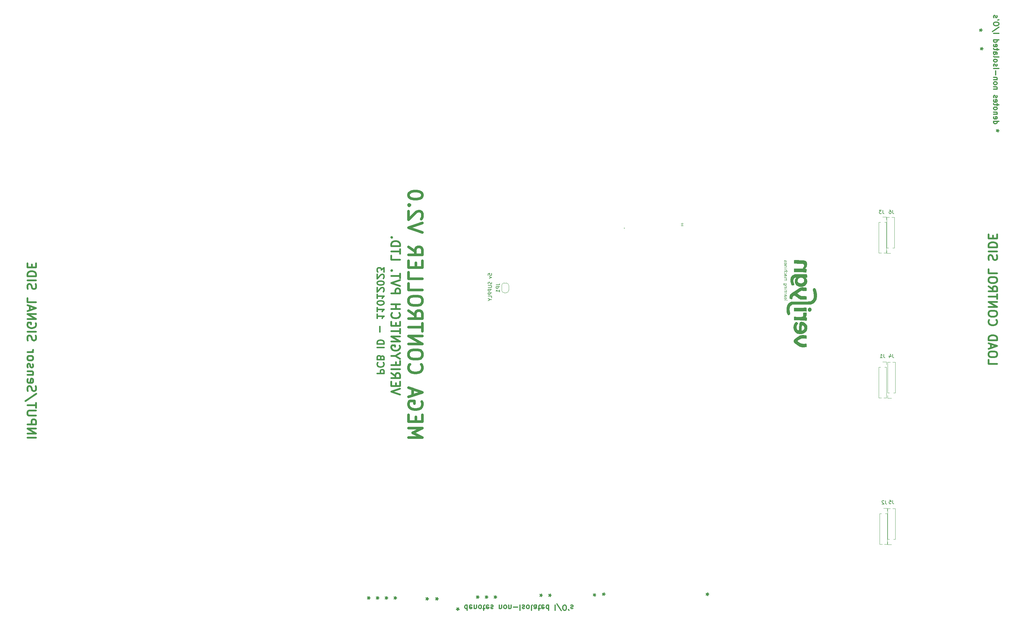
<source format=gbr>
%TF.GenerationSoftware,KiCad,Pcbnew,(6.0.6)*%
%TF.CreationDate,2023-01-13T15:08:00+05:30*%
%TF.ProjectId,MegaController,4d656761-436f-46e7-9472-6f6c6c65722e,V2.0*%
%TF.SameCoordinates,Original*%
%TF.FileFunction,Legend,Bot*%
%TF.FilePolarity,Positive*%
%FSLAX46Y46*%
G04 Gerber Fmt 4.6, Leading zero omitted, Abs format (unit mm)*
G04 Created by KiCad (PCBNEW (6.0.6)) date 2023-01-13 15:08:00*
%MOMM*%
%LPD*%
G01*
G04 APERTURE LIST*
%ADD10C,0.150000*%
%ADD11C,0.300000*%
%ADD12C,0.500000*%
%ADD13C,0.400000*%
%ADD14C,0.800000*%
%ADD15C,0.075000*%
%ADD16C,0.120000*%
G04 APERTURE END LIST*
D10*
X192238380Y-134310857D02*
X192238380Y-133834666D01*
X192714571Y-133787047D01*
X192666952Y-133834666D01*
X192619333Y-133929904D01*
X192619333Y-134168000D01*
X192666952Y-134263238D01*
X192714571Y-134310857D01*
X192809809Y-134358476D01*
X193047904Y-134358476D01*
X193143142Y-134310857D01*
X193190761Y-134263238D01*
X193238380Y-134168000D01*
X193238380Y-133929904D01*
X193190761Y-133834666D01*
X193143142Y-133787047D01*
X192571714Y-134691809D02*
X193238380Y-134929904D01*
X192571714Y-135168000D01*
X193190761Y-136263238D02*
X193238380Y-136406095D01*
X193238380Y-136644190D01*
X193190761Y-136739428D01*
X193143142Y-136787047D01*
X193047904Y-136834666D01*
X192952666Y-136834666D01*
X192857428Y-136787047D01*
X192809809Y-136739428D01*
X192762190Y-136644190D01*
X192714571Y-136453714D01*
X192666952Y-136358476D01*
X192619333Y-136310857D01*
X192524095Y-136263238D01*
X192428857Y-136263238D01*
X192333619Y-136310857D01*
X192286000Y-136358476D01*
X192238380Y-136453714D01*
X192238380Y-136691809D01*
X192286000Y-136834666D01*
X192238380Y-137263238D02*
X193047904Y-137263238D01*
X193143142Y-137310857D01*
X193190761Y-137358476D01*
X193238380Y-137453714D01*
X193238380Y-137644190D01*
X193190761Y-137739428D01*
X193143142Y-137787047D01*
X193047904Y-137834666D01*
X192238380Y-137834666D01*
X193238380Y-138310857D02*
X192238380Y-138310857D01*
X192238380Y-138691809D01*
X192286000Y-138787047D01*
X192333619Y-138834666D01*
X192428857Y-138882285D01*
X192571714Y-138882285D01*
X192666952Y-138834666D01*
X192714571Y-138787047D01*
X192762190Y-138691809D01*
X192762190Y-138310857D01*
X193238380Y-139310857D02*
X192238380Y-139310857D01*
X192238380Y-139691809D01*
X192286000Y-139787047D01*
X192333619Y-139834666D01*
X192428857Y-139882285D01*
X192571714Y-139882285D01*
X192666952Y-139834666D01*
X192714571Y-139787047D01*
X192762190Y-139691809D01*
X192762190Y-139310857D01*
X193238380Y-140787047D02*
X193238380Y-140310857D01*
X192238380Y-140310857D01*
X192762190Y-141310857D02*
X193238380Y-141310857D01*
X192238380Y-140977523D02*
X192762190Y-141310857D01*
X192238380Y-141644190D01*
D11*
X183505142Y-230437428D02*
X183505142Y-230080285D01*
X183148000Y-230223142D02*
X183505142Y-230080285D01*
X183862285Y-230223142D01*
X183290857Y-229794571D02*
X183505142Y-230080285D01*
X183719428Y-229794571D01*
X186219428Y-228937428D02*
X186219428Y-230437428D01*
X186219428Y-229008857D02*
X186076571Y-228937428D01*
X185790857Y-228937428D01*
X185648000Y-229008857D01*
X185576571Y-229080285D01*
X185505142Y-229223142D01*
X185505142Y-229651714D01*
X185576571Y-229794571D01*
X185648000Y-229866000D01*
X185790857Y-229937428D01*
X186076571Y-229937428D01*
X186219428Y-229866000D01*
X187505142Y-229008857D02*
X187362285Y-228937428D01*
X187076571Y-228937428D01*
X186933714Y-229008857D01*
X186862285Y-229151714D01*
X186862285Y-229723142D01*
X186933714Y-229866000D01*
X187076571Y-229937428D01*
X187362285Y-229937428D01*
X187505142Y-229866000D01*
X187576571Y-229723142D01*
X187576571Y-229580285D01*
X186862285Y-229437428D01*
X188219428Y-229937428D02*
X188219428Y-228937428D01*
X188219428Y-229794571D02*
X188290857Y-229866000D01*
X188433714Y-229937428D01*
X188648000Y-229937428D01*
X188790857Y-229866000D01*
X188862285Y-229723142D01*
X188862285Y-228937428D01*
X189790857Y-228937428D02*
X189648000Y-229008857D01*
X189576571Y-229080285D01*
X189505142Y-229223142D01*
X189505142Y-229651714D01*
X189576571Y-229794571D01*
X189648000Y-229866000D01*
X189790857Y-229937428D01*
X190005142Y-229937428D01*
X190148000Y-229866000D01*
X190219428Y-229794571D01*
X190290857Y-229651714D01*
X190290857Y-229223142D01*
X190219428Y-229080285D01*
X190148000Y-229008857D01*
X190005142Y-228937428D01*
X189790857Y-228937428D01*
X190719428Y-229937428D02*
X191290857Y-229937428D01*
X190933714Y-230437428D02*
X190933714Y-229151714D01*
X191005142Y-229008857D01*
X191148000Y-228937428D01*
X191290857Y-228937428D01*
X192362285Y-229008857D02*
X192219428Y-228937428D01*
X191933714Y-228937428D01*
X191790857Y-229008857D01*
X191719428Y-229151714D01*
X191719428Y-229723142D01*
X191790857Y-229866000D01*
X191933714Y-229937428D01*
X192219428Y-229937428D01*
X192362285Y-229866000D01*
X192433714Y-229723142D01*
X192433714Y-229580285D01*
X191719428Y-229437428D01*
X193005142Y-229008857D02*
X193148000Y-228937428D01*
X193433714Y-228937428D01*
X193576571Y-229008857D01*
X193648000Y-229151714D01*
X193648000Y-229223142D01*
X193576571Y-229366000D01*
X193433714Y-229437428D01*
X193219428Y-229437428D01*
X193076571Y-229508857D01*
X193005142Y-229651714D01*
X193005142Y-229723142D01*
X193076571Y-229866000D01*
X193219428Y-229937428D01*
X193433714Y-229937428D01*
X193576571Y-229866000D01*
X195433714Y-229937428D02*
X195433714Y-228937428D01*
X195433714Y-229794571D02*
X195505142Y-229866000D01*
X195648000Y-229937428D01*
X195862285Y-229937428D01*
X196005142Y-229866000D01*
X196076571Y-229723142D01*
X196076571Y-228937428D01*
X197005142Y-228937428D02*
X196862285Y-229008857D01*
X196790857Y-229080285D01*
X196719428Y-229223142D01*
X196719428Y-229651714D01*
X196790857Y-229794571D01*
X196862285Y-229866000D01*
X197005142Y-229937428D01*
X197219428Y-229937428D01*
X197362285Y-229866000D01*
X197433714Y-229794571D01*
X197505142Y-229651714D01*
X197505142Y-229223142D01*
X197433714Y-229080285D01*
X197362285Y-229008857D01*
X197219428Y-228937428D01*
X197005142Y-228937428D01*
X198148000Y-229937428D02*
X198148000Y-228937428D01*
X198148000Y-229794571D02*
X198219428Y-229866000D01*
X198362285Y-229937428D01*
X198576571Y-229937428D01*
X198719428Y-229866000D01*
X198790857Y-229723142D01*
X198790857Y-228937428D01*
X199505142Y-229508857D02*
X200648000Y-229508857D01*
X201362285Y-228937428D02*
X201362285Y-230437428D01*
X202005142Y-229008857D02*
X202148000Y-228937428D01*
X202433714Y-228937428D01*
X202576571Y-229008857D01*
X202648000Y-229151714D01*
X202648000Y-229223142D01*
X202576571Y-229366000D01*
X202433714Y-229437428D01*
X202219428Y-229437428D01*
X202076571Y-229508857D01*
X202005142Y-229651714D01*
X202005142Y-229723142D01*
X202076571Y-229866000D01*
X202219428Y-229937428D01*
X202433714Y-229937428D01*
X202576571Y-229866000D01*
X203505142Y-228937428D02*
X203362285Y-229008857D01*
X203290857Y-229080285D01*
X203219428Y-229223142D01*
X203219428Y-229651714D01*
X203290857Y-229794571D01*
X203362285Y-229866000D01*
X203505142Y-229937428D01*
X203719428Y-229937428D01*
X203862285Y-229866000D01*
X203933714Y-229794571D01*
X204005142Y-229651714D01*
X204005142Y-229223142D01*
X203933714Y-229080285D01*
X203862285Y-229008857D01*
X203719428Y-228937428D01*
X203505142Y-228937428D01*
X204862285Y-228937428D02*
X204719428Y-229008857D01*
X204648000Y-229151714D01*
X204648000Y-230437428D01*
X206076571Y-228937428D02*
X206076571Y-229723142D01*
X206005142Y-229866000D01*
X205862285Y-229937428D01*
X205576571Y-229937428D01*
X205433714Y-229866000D01*
X206076571Y-229008857D02*
X205933714Y-228937428D01*
X205576571Y-228937428D01*
X205433714Y-229008857D01*
X205362285Y-229151714D01*
X205362285Y-229294571D01*
X205433714Y-229437428D01*
X205576571Y-229508857D01*
X205933714Y-229508857D01*
X206076571Y-229580285D01*
X206576571Y-229937428D02*
X207148000Y-229937428D01*
X206790857Y-230437428D02*
X206790857Y-229151714D01*
X206862285Y-229008857D01*
X207005142Y-228937428D01*
X207148000Y-228937428D01*
X208219428Y-229008857D02*
X208076571Y-228937428D01*
X207790857Y-228937428D01*
X207648000Y-229008857D01*
X207576571Y-229151714D01*
X207576571Y-229723142D01*
X207648000Y-229866000D01*
X207790857Y-229937428D01*
X208076571Y-229937428D01*
X208219428Y-229866000D01*
X208290857Y-229723142D01*
X208290857Y-229580285D01*
X207576571Y-229437428D01*
X209576571Y-228937428D02*
X209576571Y-230437428D01*
X209576571Y-229008857D02*
X209433714Y-228937428D01*
X209148000Y-228937428D01*
X209005142Y-229008857D01*
X208933714Y-229080285D01*
X208862285Y-229223142D01*
X208862285Y-229651714D01*
X208933714Y-229794571D01*
X209005142Y-229866000D01*
X209148000Y-229937428D01*
X209433714Y-229937428D01*
X209576571Y-229866000D01*
X211433714Y-228937428D02*
X211433714Y-230437428D01*
X213219428Y-230508857D02*
X211933714Y-228580285D01*
X214005142Y-230437428D02*
X214290857Y-230437428D01*
X214433714Y-230366000D01*
X214576571Y-230223142D01*
X214648000Y-229937428D01*
X214648000Y-229437428D01*
X214576571Y-229151714D01*
X214433714Y-229008857D01*
X214290857Y-228937428D01*
X214005142Y-228937428D01*
X213862285Y-229008857D01*
X213719428Y-229151714D01*
X213648000Y-229437428D01*
X213648000Y-229937428D01*
X213719428Y-230223142D01*
X213862285Y-230366000D01*
X214005142Y-230437428D01*
X215362285Y-230437428D02*
X215219428Y-230151714D01*
X215933714Y-229008857D02*
X216076571Y-228937428D01*
X216362285Y-228937428D01*
X216505142Y-229008857D01*
X216576571Y-229151714D01*
X216576571Y-229223142D01*
X216505142Y-229366000D01*
X216362285Y-229437428D01*
X216148000Y-229437428D01*
X216005142Y-229508857D01*
X215933714Y-229651714D01*
X215933714Y-229723142D01*
X216005142Y-229866000D01*
X216148000Y-229937428D01*
X216362285Y-229937428D01*
X216505142Y-229866000D01*
X194650428Y-226640000D02*
X194293285Y-226640000D01*
X194436142Y-226997142D02*
X194293285Y-226640000D01*
X194436142Y-226282857D01*
X194007571Y-226854285D02*
X194293285Y-226640000D01*
X194007571Y-226425714D01*
D12*
X335673047Y-158545428D02*
X335673047Y-159735904D01*
X338173047Y-159735904D01*
X338173047Y-157235904D02*
X338173047Y-156759714D01*
X338054000Y-156521619D01*
X337815904Y-156283523D01*
X337339714Y-156164476D01*
X336506380Y-156164476D01*
X336030190Y-156283523D01*
X335792095Y-156521619D01*
X335673047Y-156759714D01*
X335673047Y-157235904D01*
X335792095Y-157474000D01*
X336030190Y-157712095D01*
X336506380Y-157831142D01*
X337339714Y-157831142D01*
X337815904Y-157712095D01*
X338054000Y-157474000D01*
X338173047Y-157235904D01*
X336387333Y-155212095D02*
X336387333Y-154021619D01*
X335673047Y-155450190D02*
X338173047Y-154616857D01*
X335673047Y-153783523D01*
X335673047Y-152950190D02*
X338173047Y-152950190D01*
X338173047Y-152354952D01*
X338054000Y-151997809D01*
X337815904Y-151759714D01*
X337577809Y-151640666D01*
X337101619Y-151521619D01*
X336744476Y-151521619D01*
X336268285Y-151640666D01*
X336030190Y-151759714D01*
X335792095Y-151997809D01*
X335673047Y-152354952D01*
X335673047Y-152950190D01*
X335911142Y-147116857D02*
X335792095Y-147235904D01*
X335673047Y-147593047D01*
X335673047Y-147831142D01*
X335792095Y-148188285D01*
X336030190Y-148426380D01*
X336268285Y-148545428D01*
X336744476Y-148664476D01*
X337101619Y-148664476D01*
X337577809Y-148545428D01*
X337815904Y-148426380D01*
X338054000Y-148188285D01*
X338173047Y-147831142D01*
X338173047Y-147593047D01*
X338054000Y-147235904D01*
X337934952Y-147116857D01*
X338173047Y-145569238D02*
X338173047Y-145093047D01*
X338054000Y-144854952D01*
X337815904Y-144616857D01*
X337339714Y-144497809D01*
X336506380Y-144497809D01*
X336030190Y-144616857D01*
X335792095Y-144854952D01*
X335673047Y-145093047D01*
X335673047Y-145569238D01*
X335792095Y-145807333D01*
X336030190Y-146045428D01*
X336506380Y-146164476D01*
X337339714Y-146164476D01*
X337815904Y-146045428D01*
X338054000Y-145807333D01*
X338173047Y-145569238D01*
X335673047Y-143426380D02*
X338173047Y-143426380D01*
X335673047Y-141997809D01*
X338173047Y-141997809D01*
X338173047Y-141164476D02*
X338173047Y-139735904D01*
X335673047Y-140450190D02*
X338173047Y-140450190D01*
X335673047Y-137474000D02*
X336863523Y-138307333D01*
X335673047Y-138902571D02*
X338173047Y-138902571D01*
X338173047Y-137950190D01*
X338054000Y-137712095D01*
X337934952Y-137593047D01*
X337696857Y-137474000D01*
X337339714Y-137474000D01*
X337101619Y-137593047D01*
X336982571Y-137712095D01*
X336863523Y-137950190D01*
X336863523Y-138902571D01*
X338173047Y-135926380D02*
X338173047Y-135450190D01*
X338054000Y-135212095D01*
X337815904Y-134974000D01*
X337339714Y-134854952D01*
X336506380Y-134854952D01*
X336030190Y-134974000D01*
X335792095Y-135212095D01*
X335673047Y-135450190D01*
X335673047Y-135926380D01*
X335792095Y-136164476D01*
X336030190Y-136402571D01*
X336506380Y-136521619D01*
X337339714Y-136521619D01*
X337815904Y-136402571D01*
X338054000Y-136164476D01*
X338173047Y-135926380D01*
X335673047Y-132593047D02*
X335673047Y-133783523D01*
X338173047Y-133783523D01*
X335792095Y-129974000D02*
X335673047Y-129616857D01*
X335673047Y-129021619D01*
X335792095Y-128783523D01*
X335911142Y-128664476D01*
X336149238Y-128545428D01*
X336387333Y-128545428D01*
X336625428Y-128664476D01*
X336744476Y-128783523D01*
X336863523Y-129021619D01*
X336982571Y-129497809D01*
X337101619Y-129735904D01*
X337220666Y-129854952D01*
X337458761Y-129974000D01*
X337696857Y-129974000D01*
X337934952Y-129854952D01*
X338054000Y-129735904D01*
X338173047Y-129497809D01*
X338173047Y-128902571D01*
X338054000Y-128545428D01*
X335673047Y-127474000D02*
X338173047Y-127474000D01*
X335673047Y-126283523D02*
X338173047Y-126283523D01*
X338173047Y-125688285D01*
X338054000Y-125331142D01*
X337815904Y-125093047D01*
X337577809Y-124974000D01*
X337101619Y-124854952D01*
X336744476Y-124854952D01*
X336268285Y-124974000D01*
X336030190Y-125093047D01*
X335792095Y-125331142D01*
X335673047Y-125688285D01*
X335673047Y-126283523D01*
X336982571Y-123783523D02*
X336982571Y-122950190D01*
X335673047Y-122593047D02*
X335673047Y-123783523D01*
X338173047Y-123783523D01*
X338173047Y-122593047D01*
X166944047Y-168563095D02*
X164444047Y-167729761D01*
X166944047Y-166896428D01*
X165753571Y-166063095D02*
X165753571Y-165229761D01*
X164444047Y-164872619D02*
X164444047Y-166063095D01*
X166944047Y-166063095D01*
X166944047Y-164872619D01*
X164444047Y-162372619D02*
X165634523Y-163205952D01*
X164444047Y-163801190D02*
X166944047Y-163801190D01*
X166944047Y-162848809D01*
X166825000Y-162610714D01*
X166705952Y-162491666D01*
X166467857Y-162372619D01*
X166110714Y-162372619D01*
X165872619Y-162491666D01*
X165753571Y-162610714D01*
X165634523Y-162848809D01*
X165634523Y-163801190D01*
X164444047Y-161301190D02*
X166944047Y-161301190D01*
X165753571Y-159277380D02*
X165753571Y-160110714D01*
X164444047Y-160110714D02*
X166944047Y-160110714D01*
X166944047Y-158920238D01*
X165634523Y-157491666D02*
X164444047Y-157491666D01*
X166944047Y-158325000D02*
X165634523Y-157491666D01*
X166944047Y-156658333D01*
X166825000Y-154515476D02*
X166944047Y-154753571D01*
X166944047Y-155110714D01*
X166825000Y-155467857D01*
X166586904Y-155705952D01*
X166348809Y-155825000D01*
X165872619Y-155944047D01*
X165515476Y-155944047D01*
X165039285Y-155825000D01*
X164801190Y-155705952D01*
X164563095Y-155467857D01*
X164444047Y-155110714D01*
X164444047Y-154872619D01*
X164563095Y-154515476D01*
X164682142Y-154396428D01*
X165515476Y-154396428D01*
X165515476Y-154872619D01*
X164444047Y-153325000D02*
X166944047Y-153325000D01*
X164444047Y-151896428D01*
X166944047Y-151896428D01*
X166944047Y-151063095D02*
X166944047Y-149634523D01*
X164444047Y-150348809D02*
X166944047Y-150348809D01*
X165753571Y-148801190D02*
X165753571Y-147967857D01*
X164444047Y-147610714D02*
X164444047Y-148801190D01*
X166944047Y-148801190D01*
X166944047Y-147610714D01*
X164682142Y-145110714D02*
X164563095Y-145229761D01*
X164444047Y-145586904D01*
X164444047Y-145825000D01*
X164563095Y-146182142D01*
X164801190Y-146420238D01*
X165039285Y-146539285D01*
X165515476Y-146658333D01*
X165872619Y-146658333D01*
X166348809Y-146539285D01*
X166586904Y-146420238D01*
X166825000Y-146182142D01*
X166944047Y-145825000D01*
X166944047Y-145586904D01*
X166825000Y-145229761D01*
X166705952Y-145110714D01*
X164444047Y-144039285D02*
X166944047Y-144039285D01*
X165753571Y-144039285D02*
X165753571Y-142610714D01*
X164444047Y-142610714D02*
X166944047Y-142610714D01*
X164444047Y-139515476D02*
X166944047Y-139515476D01*
X166944047Y-138563095D01*
X166825000Y-138325000D01*
X166705952Y-138205952D01*
X166467857Y-138086904D01*
X166110714Y-138086904D01*
X165872619Y-138205952D01*
X165753571Y-138325000D01*
X165634523Y-138563095D01*
X165634523Y-139515476D01*
X166944047Y-137372619D02*
X164444047Y-136539285D01*
X166944047Y-135705952D01*
X166944047Y-135229761D02*
X166944047Y-133801190D01*
X164444047Y-134515476D02*
X166944047Y-134515476D01*
X164682142Y-132967857D02*
X164563095Y-132848809D01*
X164444047Y-132967857D01*
X164563095Y-133086904D01*
X164682142Y-132967857D01*
X164444047Y-132967857D01*
X164444047Y-128682142D02*
X164444047Y-129872619D01*
X166944047Y-129872619D01*
X166944047Y-128205952D02*
X166944047Y-126777380D01*
X164444047Y-127491666D02*
X166944047Y-127491666D01*
X164444047Y-125944047D02*
X166944047Y-125944047D01*
X166944047Y-125348809D01*
X166825000Y-124991666D01*
X166586904Y-124753571D01*
X166348809Y-124634523D01*
X165872619Y-124515476D01*
X165515476Y-124515476D01*
X165039285Y-124634523D01*
X164801190Y-124753571D01*
X164563095Y-124991666D01*
X164444047Y-125348809D01*
X164444047Y-125944047D01*
X164682142Y-123444047D02*
X164563095Y-123325000D01*
X164444047Y-123444047D01*
X164563095Y-123563095D01*
X164682142Y-123444047D01*
X164444047Y-123444047D01*
D11*
X255429428Y-225823000D02*
X255072285Y-225823000D01*
X255215142Y-226180142D02*
X255072285Y-225823000D01*
X255215142Y-225465857D01*
X254786571Y-226037285D02*
X255072285Y-225823000D01*
X254786571Y-225608714D01*
D13*
X160352238Y-162491857D02*
X162352238Y-162491857D01*
X162352238Y-161729952D01*
X162257000Y-161539476D01*
X162161761Y-161444238D01*
X161971285Y-161349000D01*
X161685571Y-161349000D01*
X161495095Y-161444238D01*
X161399857Y-161539476D01*
X161304619Y-161729952D01*
X161304619Y-162491857D01*
X160542714Y-159349000D02*
X160447476Y-159444238D01*
X160352238Y-159729952D01*
X160352238Y-159920428D01*
X160447476Y-160206142D01*
X160637952Y-160396619D01*
X160828428Y-160491857D01*
X161209380Y-160587095D01*
X161495095Y-160587095D01*
X161876047Y-160491857D01*
X162066523Y-160396619D01*
X162257000Y-160206142D01*
X162352238Y-159920428D01*
X162352238Y-159729952D01*
X162257000Y-159444238D01*
X162161761Y-159349000D01*
X161399857Y-157825190D02*
X161304619Y-157539476D01*
X161209380Y-157444238D01*
X161018904Y-157349000D01*
X160733190Y-157349000D01*
X160542714Y-157444238D01*
X160447476Y-157539476D01*
X160352238Y-157729952D01*
X160352238Y-158491857D01*
X162352238Y-158491857D01*
X162352238Y-157825190D01*
X162257000Y-157634714D01*
X162161761Y-157539476D01*
X161971285Y-157444238D01*
X161780809Y-157444238D01*
X161590333Y-157539476D01*
X161495095Y-157634714D01*
X161399857Y-157825190D01*
X161399857Y-158491857D01*
X160352238Y-154968047D02*
X162352238Y-154968047D01*
X160352238Y-154015666D02*
X162352238Y-154015666D01*
X162352238Y-153539476D01*
X162257000Y-153253761D01*
X162066523Y-153063285D01*
X161876047Y-152968047D01*
X161495095Y-152872809D01*
X161209380Y-152872809D01*
X160828428Y-152968047D01*
X160637952Y-153063285D01*
X160447476Y-153253761D01*
X160352238Y-153539476D01*
X160352238Y-154015666D01*
X161114142Y-150491857D02*
X161114142Y-148968047D01*
X160352238Y-145444238D02*
X160352238Y-146587095D01*
X160352238Y-146015666D02*
X162352238Y-146015666D01*
X162066523Y-146206142D01*
X161876047Y-146396619D01*
X161780809Y-146587095D01*
X160352238Y-143539476D02*
X160352238Y-144682333D01*
X160352238Y-144110904D02*
X162352238Y-144110904D01*
X162066523Y-144301380D01*
X161876047Y-144491857D01*
X161780809Y-144682333D01*
X162352238Y-142301380D02*
X162352238Y-142110904D01*
X162257000Y-141920428D01*
X162161761Y-141825190D01*
X161971285Y-141729952D01*
X161590333Y-141634714D01*
X161114142Y-141634714D01*
X160733190Y-141729952D01*
X160542714Y-141825190D01*
X160447476Y-141920428D01*
X160352238Y-142110904D01*
X160352238Y-142301380D01*
X160447476Y-142491857D01*
X160542714Y-142587095D01*
X160733190Y-142682333D01*
X161114142Y-142777571D01*
X161590333Y-142777571D01*
X161971285Y-142682333D01*
X162161761Y-142587095D01*
X162257000Y-142491857D01*
X162352238Y-142301380D01*
X160352238Y-139729952D02*
X160352238Y-140872809D01*
X160352238Y-140301380D02*
X162352238Y-140301380D01*
X162066523Y-140491857D01*
X161876047Y-140682333D01*
X161780809Y-140872809D01*
X162161761Y-138968047D02*
X162257000Y-138872809D01*
X162352238Y-138682333D01*
X162352238Y-138206142D01*
X162257000Y-138015666D01*
X162161761Y-137920428D01*
X161971285Y-137825190D01*
X161780809Y-137825190D01*
X161495095Y-137920428D01*
X160352238Y-139063285D01*
X160352238Y-137825190D01*
X162352238Y-136587095D02*
X162352238Y-136396619D01*
X162257000Y-136206142D01*
X162161761Y-136110904D01*
X161971285Y-136015666D01*
X161590333Y-135920428D01*
X161114142Y-135920428D01*
X160733190Y-136015666D01*
X160542714Y-136110904D01*
X160447476Y-136206142D01*
X160352238Y-136396619D01*
X160352238Y-136587095D01*
X160447476Y-136777571D01*
X160542714Y-136872809D01*
X160733190Y-136968047D01*
X161114142Y-137063285D01*
X161590333Y-137063285D01*
X161971285Y-136968047D01*
X162161761Y-136872809D01*
X162257000Y-136777571D01*
X162352238Y-136587095D01*
X162161761Y-135158523D02*
X162257000Y-135063285D01*
X162352238Y-134872809D01*
X162352238Y-134396619D01*
X162257000Y-134206142D01*
X162161761Y-134110904D01*
X161971285Y-134015666D01*
X161780809Y-134015666D01*
X161495095Y-134110904D01*
X160352238Y-135253761D01*
X160352238Y-134015666D01*
X162352238Y-133349000D02*
X162352238Y-132110904D01*
X161590333Y-132777571D01*
X161590333Y-132491857D01*
X161495095Y-132301380D01*
X161399857Y-132206142D01*
X161209380Y-132110904D01*
X160733190Y-132110904D01*
X160542714Y-132206142D01*
X160447476Y-132301380D01*
X160352238Y-132491857D01*
X160352238Y-133063285D01*
X160447476Y-133253761D01*
X160542714Y-133349000D01*
D11*
X210243428Y-226132000D02*
X209886285Y-226132000D01*
X210029142Y-226489142D02*
X209886285Y-226132000D01*
X210029142Y-225774857D01*
X209600571Y-226346285D02*
X209886285Y-226132000D01*
X209600571Y-225917714D01*
X158328428Y-226894000D02*
X157971285Y-226894000D01*
X158114142Y-227251142D02*
X157971285Y-226894000D01*
X158114142Y-226536857D01*
X157685571Y-227108285D02*
X157971285Y-226894000D01*
X157685571Y-226679714D01*
D12*
X60083047Y-180896476D02*
X62583047Y-180896476D01*
X60083047Y-179706000D02*
X62583047Y-179706000D01*
X60083047Y-178277428D01*
X62583047Y-178277428D01*
X60083047Y-177086952D02*
X62583047Y-177086952D01*
X62583047Y-176134571D01*
X62464000Y-175896476D01*
X62344952Y-175777428D01*
X62106857Y-175658380D01*
X61749714Y-175658380D01*
X61511619Y-175777428D01*
X61392571Y-175896476D01*
X61273523Y-176134571D01*
X61273523Y-177086952D01*
X62583047Y-174586952D02*
X60559238Y-174586952D01*
X60321142Y-174467904D01*
X60202095Y-174348857D01*
X60083047Y-174110761D01*
X60083047Y-173634571D01*
X60202095Y-173396476D01*
X60321142Y-173277428D01*
X60559238Y-173158380D01*
X62583047Y-173158380D01*
X62583047Y-172325047D02*
X62583047Y-170896476D01*
X60083047Y-171610761D02*
X62583047Y-171610761D01*
X62702095Y-168277428D02*
X59487809Y-170420285D01*
X60202095Y-167563142D02*
X60083047Y-167206000D01*
X60083047Y-166610761D01*
X60202095Y-166372666D01*
X60321142Y-166253619D01*
X60559238Y-166134571D01*
X60797333Y-166134571D01*
X61035428Y-166253619D01*
X61154476Y-166372666D01*
X61273523Y-166610761D01*
X61392571Y-167086952D01*
X61511619Y-167325047D01*
X61630666Y-167444095D01*
X61868761Y-167563142D01*
X62106857Y-167563142D01*
X62344952Y-167444095D01*
X62464000Y-167325047D01*
X62583047Y-167086952D01*
X62583047Y-166491714D01*
X62464000Y-166134571D01*
X60202095Y-164110761D02*
X60083047Y-164348857D01*
X60083047Y-164825047D01*
X60202095Y-165063142D01*
X60440190Y-165182190D01*
X61392571Y-165182190D01*
X61630666Y-165063142D01*
X61749714Y-164825047D01*
X61749714Y-164348857D01*
X61630666Y-164110761D01*
X61392571Y-163991714D01*
X61154476Y-163991714D01*
X60916380Y-165182190D01*
X61749714Y-162920285D02*
X60083047Y-162920285D01*
X61511619Y-162920285D02*
X61630666Y-162801238D01*
X61749714Y-162563142D01*
X61749714Y-162206000D01*
X61630666Y-161967904D01*
X61392571Y-161848857D01*
X60083047Y-161848857D01*
X60202095Y-160777428D02*
X60083047Y-160539333D01*
X60083047Y-160063142D01*
X60202095Y-159825047D01*
X60440190Y-159706000D01*
X60559238Y-159706000D01*
X60797333Y-159825047D01*
X60916380Y-160063142D01*
X60916380Y-160420285D01*
X61035428Y-160658380D01*
X61273523Y-160777428D01*
X61392571Y-160777428D01*
X61630666Y-160658380D01*
X61749714Y-160420285D01*
X61749714Y-160063142D01*
X61630666Y-159825047D01*
X60083047Y-158277428D02*
X60202095Y-158515523D01*
X60321142Y-158634571D01*
X60559238Y-158753619D01*
X61273523Y-158753619D01*
X61511619Y-158634571D01*
X61630666Y-158515523D01*
X61749714Y-158277428D01*
X61749714Y-157920285D01*
X61630666Y-157682190D01*
X61511619Y-157563142D01*
X61273523Y-157444095D01*
X60559238Y-157444095D01*
X60321142Y-157563142D01*
X60202095Y-157682190D01*
X60083047Y-157920285D01*
X60083047Y-158277428D01*
X60083047Y-156372666D02*
X61749714Y-156372666D01*
X61273523Y-156372666D02*
X61511619Y-156253619D01*
X61630666Y-156134571D01*
X61749714Y-155896476D01*
X61749714Y-155658380D01*
X60202095Y-153039333D02*
X60083047Y-152682190D01*
X60083047Y-152086952D01*
X60202095Y-151848857D01*
X60321142Y-151729809D01*
X60559238Y-151610761D01*
X60797333Y-151610761D01*
X61035428Y-151729809D01*
X61154476Y-151848857D01*
X61273523Y-152086952D01*
X61392571Y-152563142D01*
X61511619Y-152801238D01*
X61630666Y-152920285D01*
X61868761Y-153039333D01*
X62106857Y-153039333D01*
X62344952Y-152920285D01*
X62464000Y-152801238D01*
X62583047Y-152563142D01*
X62583047Y-151967904D01*
X62464000Y-151610761D01*
X60083047Y-150539333D02*
X62583047Y-150539333D01*
X62464000Y-148039333D02*
X62583047Y-148277428D01*
X62583047Y-148634571D01*
X62464000Y-148991714D01*
X62225904Y-149229809D01*
X61987809Y-149348857D01*
X61511619Y-149467904D01*
X61154476Y-149467904D01*
X60678285Y-149348857D01*
X60440190Y-149229809D01*
X60202095Y-148991714D01*
X60083047Y-148634571D01*
X60083047Y-148396476D01*
X60202095Y-148039333D01*
X60321142Y-147920285D01*
X61154476Y-147920285D01*
X61154476Y-148396476D01*
X60083047Y-146848857D02*
X62583047Y-146848857D01*
X60083047Y-145420285D01*
X62583047Y-145420285D01*
X60797333Y-144348857D02*
X60797333Y-143158380D01*
X60083047Y-144586952D02*
X62583047Y-143753619D01*
X60083047Y-142920285D01*
X60083047Y-140896476D02*
X60083047Y-142086952D01*
X62583047Y-142086952D01*
X60202095Y-138277428D02*
X60083047Y-137920285D01*
X60083047Y-137325047D01*
X60202095Y-137086952D01*
X60321142Y-136967904D01*
X60559238Y-136848857D01*
X60797333Y-136848857D01*
X61035428Y-136967904D01*
X61154476Y-137086952D01*
X61273523Y-137325047D01*
X61392571Y-137801238D01*
X61511619Y-138039333D01*
X61630666Y-138158380D01*
X61868761Y-138277428D01*
X62106857Y-138277428D01*
X62344952Y-138158380D01*
X62464000Y-138039333D01*
X62583047Y-137801238D01*
X62583047Y-137206000D01*
X62464000Y-136848857D01*
X60083047Y-135777428D02*
X62583047Y-135777428D01*
X60083047Y-134586952D02*
X62583047Y-134586952D01*
X62583047Y-133991714D01*
X62464000Y-133634571D01*
X62225904Y-133396476D01*
X61987809Y-133277428D01*
X61511619Y-133158380D01*
X61154476Y-133158380D01*
X60678285Y-133277428D01*
X60440190Y-133396476D01*
X60202095Y-133634571D01*
X60083047Y-133991714D01*
X60083047Y-134586952D01*
X61392571Y-132086952D02*
X61392571Y-131253619D01*
X60083047Y-130896476D02*
X60083047Y-132086952D01*
X62583047Y-132086952D01*
X62583047Y-130896476D01*
D11*
X207703428Y-226132000D02*
X207346285Y-226132000D01*
X207489142Y-226489142D02*
X207346285Y-226132000D01*
X207489142Y-225774857D01*
X207060571Y-226346285D02*
X207346285Y-226132000D01*
X207060571Y-225917714D01*
X223038428Y-226032000D02*
X222681285Y-226032000D01*
X222824142Y-226389142D02*
X222681285Y-226032000D01*
X222824142Y-225674857D01*
X222395571Y-226246285D02*
X222681285Y-226032000D01*
X222395571Y-225817714D01*
X192110428Y-226640000D02*
X191753285Y-226640000D01*
X191896142Y-226997142D02*
X191753285Y-226640000D01*
X191896142Y-226282857D01*
X191467571Y-226854285D02*
X191753285Y-226640000D01*
X191467571Y-226425714D01*
D14*
X169353476Y-180809095D02*
X173353476Y-180809095D01*
X170496333Y-179475761D01*
X173353476Y-178142428D01*
X169353476Y-178142428D01*
X171448714Y-176237666D02*
X171448714Y-174904333D01*
X169353476Y-174332904D02*
X169353476Y-176237666D01*
X173353476Y-176237666D01*
X173353476Y-174332904D01*
X173163000Y-170523380D02*
X173353476Y-170904333D01*
X173353476Y-171475761D01*
X173163000Y-172047190D01*
X172782047Y-172428142D01*
X172401095Y-172618619D01*
X171639190Y-172809095D01*
X171067761Y-172809095D01*
X170305857Y-172618619D01*
X169924904Y-172428142D01*
X169543952Y-172047190D01*
X169353476Y-171475761D01*
X169353476Y-171094809D01*
X169543952Y-170523380D01*
X169734428Y-170332904D01*
X171067761Y-170332904D01*
X171067761Y-171094809D01*
X170496333Y-168809095D02*
X170496333Y-166904333D01*
X169353476Y-169190047D02*
X173353476Y-167856714D01*
X169353476Y-166523380D01*
X169734428Y-159856714D02*
X169543952Y-160047190D01*
X169353476Y-160618619D01*
X169353476Y-160999571D01*
X169543952Y-161571000D01*
X169924904Y-161951952D01*
X170305857Y-162142428D01*
X171067761Y-162332904D01*
X171639190Y-162332904D01*
X172401095Y-162142428D01*
X172782047Y-161951952D01*
X173163000Y-161571000D01*
X173353476Y-160999571D01*
X173353476Y-160618619D01*
X173163000Y-160047190D01*
X172972523Y-159856714D01*
X173353476Y-157380523D02*
X173353476Y-156618619D01*
X173163000Y-156237666D01*
X172782047Y-155856714D01*
X172020142Y-155666238D01*
X170686809Y-155666238D01*
X169924904Y-155856714D01*
X169543952Y-156237666D01*
X169353476Y-156618619D01*
X169353476Y-157380523D01*
X169543952Y-157761476D01*
X169924904Y-158142428D01*
X170686809Y-158332904D01*
X172020142Y-158332904D01*
X172782047Y-158142428D01*
X173163000Y-157761476D01*
X173353476Y-157380523D01*
X169353476Y-153951952D02*
X173353476Y-153951952D01*
X169353476Y-151666238D01*
X173353476Y-151666238D01*
X173353476Y-150332904D02*
X173353476Y-148047190D01*
X169353476Y-149190047D02*
X173353476Y-149190047D01*
X169353476Y-144428142D02*
X171258238Y-145761476D01*
X169353476Y-146713857D02*
X173353476Y-146713857D01*
X173353476Y-145190047D01*
X173163000Y-144809095D01*
X172972523Y-144618619D01*
X172591571Y-144428142D01*
X172020142Y-144428142D01*
X171639190Y-144618619D01*
X171448714Y-144809095D01*
X171258238Y-145190047D01*
X171258238Y-146713857D01*
X173353476Y-141951952D02*
X173353476Y-141190047D01*
X173163000Y-140809095D01*
X172782047Y-140428142D01*
X172020142Y-140237666D01*
X170686809Y-140237666D01*
X169924904Y-140428142D01*
X169543952Y-140809095D01*
X169353476Y-141190047D01*
X169353476Y-141951952D01*
X169543952Y-142332904D01*
X169924904Y-142713857D01*
X170686809Y-142904333D01*
X172020142Y-142904333D01*
X172782047Y-142713857D01*
X173163000Y-142332904D01*
X173353476Y-141951952D01*
X169353476Y-136618619D02*
X169353476Y-138523380D01*
X173353476Y-138523380D01*
X169353476Y-133380523D02*
X169353476Y-135285285D01*
X173353476Y-135285285D01*
X171448714Y-132047190D02*
X171448714Y-130713857D01*
X169353476Y-130142428D02*
X169353476Y-132047190D01*
X173353476Y-132047190D01*
X173353476Y-130142428D01*
X169353476Y-126142428D02*
X171258238Y-127475761D01*
X169353476Y-128428142D02*
X173353476Y-128428142D01*
X173353476Y-126904333D01*
X173163000Y-126523380D01*
X172972523Y-126332904D01*
X172591571Y-126142428D01*
X172020142Y-126142428D01*
X171639190Y-126332904D01*
X171448714Y-126523380D01*
X171258238Y-126904333D01*
X171258238Y-128428142D01*
X173353476Y-121951952D02*
X169353476Y-120618619D01*
X173353476Y-119285285D01*
X172972523Y-118142428D02*
X173163000Y-117951952D01*
X173353476Y-117571000D01*
X173353476Y-116618619D01*
X173163000Y-116237666D01*
X172972523Y-116047190D01*
X172591571Y-115856714D01*
X172210619Y-115856714D01*
X171639190Y-116047190D01*
X169353476Y-118332904D01*
X169353476Y-115856714D01*
X169734428Y-114142428D02*
X169543952Y-113951952D01*
X169353476Y-114142428D01*
X169543952Y-114332904D01*
X169734428Y-114142428D01*
X169353476Y-114142428D01*
X173353476Y-111475761D02*
X173353476Y-111094809D01*
X173163000Y-110713857D01*
X172972523Y-110523380D01*
X172591571Y-110332904D01*
X171829666Y-110142428D01*
X170877285Y-110142428D01*
X170115380Y-110332904D01*
X169734428Y-110523380D01*
X169543952Y-110713857D01*
X169353476Y-111094809D01*
X169353476Y-111475761D01*
X169543952Y-111856714D01*
X169734428Y-112047190D01*
X170115380Y-112237666D01*
X170877285Y-112428142D01*
X171829666Y-112428142D01*
X172591571Y-112237666D01*
X172972523Y-112047190D01*
X173163000Y-111856714D01*
X173353476Y-111475761D01*
D11*
X334069428Y-69342000D02*
X333712285Y-69342000D01*
X333855142Y-69699142D02*
X333712285Y-69342000D01*
X333855142Y-68984857D01*
X333426571Y-69556285D02*
X333712285Y-69342000D01*
X333426571Y-69127714D01*
X160868428Y-226894000D02*
X160511285Y-226894000D01*
X160654142Y-227251142D02*
X160511285Y-226894000D01*
X160654142Y-226536857D01*
X160225571Y-227108285D02*
X160511285Y-226894000D01*
X160225571Y-226679714D01*
X163408428Y-226894000D02*
X163051285Y-226894000D01*
X163194142Y-227251142D02*
X163051285Y-226894000D01*
X163194142Y-226536857D01*
X162765571Y-227108285D02*
X163051285Y-226894000D01*
X162765571Y-226679714D01*
X165948428Y-226894000D02*
X165591285Y-226894000D01*
X165734142Y-227251142D02*
X165591285Y-226894000D01*
X165734142Y-226536857D01*
X165305571Y-227108285D02*
X165591285Y-226894000D01*
X165305571Y-226679714D01*
X333815428Y-64008000D02*
X333458285Y-64008000D01*
X333601142Y-64365142D02*
X333458285Y-64008000D01*
X333601142Y-63650857D01*
X333172571Y-64222285D02*
X333458285Y-64008000D01*
X333172571Y-63793714D01*
X177886428Y-227148000D02*
X177529285Y-227148000D01*
X177672142Y-227505142D02*
X177529285Y-227148000D01*
X177672142Y-226790857D01*
X177243571Y-227362285D02*
X177529285Y-227148000D01*
X177243571Y-226933714D01*
X175092428Y-227148000D02*
X174735285Y-227148000D01*
X174878142Y-227505142D02*
X174735285Y-227148000D01*
X174878142Y-226790857D01*
X174449571Y-227362285D02*
X174735285Y-227148000D01*
X174449571Y-226933714D01*
X189570428Y-226640000D02*
X189213285Y-226640000D01*
X189356142Y-226997142D02*
X189213285Y-226640000D01*
X189356142Y-226282857D01*
X188927571Y-226854285D02*
X189213285Y-226640000D01*
X188927571Y-226425714D01*
X225703428Y-225807000D02*
X225346285Y-225807000D01*
X225489142Y-226164142D02*
X225346285Y-225807000D01*
X225489142Y-225449857D01*
X225060571Y-226021285D02*
X225346285Y-225807000D01*
X225060571Y-225592714D01*
X338641428Y-92846857D02*
X338284285Y-92846857D01*
X338427142Y-93204000D02*
X338284285Y-92846857D01*
X338427142Y-92489714D01*
X337998571Y-93061142D02*
X338284285Y-92846857D01*
X337998571Y-92632571D01*
X337141428Y-90132571D02*
X338641428Y-90132571D01*
X337212857Y-90132571D02*
X337141428Y-90275428D01*
X337141428Y-90561142D01*
X337212857Y-90704000D01*
X337284285Y-90775428D01*
X337427142Y-90846857D01*
X337855714Y-90846857D01*
X337998571Y-90775428D01*
X338070000Y-90704000D01*
X338141428Y-90561142D01*
X338141428Y-90275428D01*
X338070000Y-90132571D01*
X337212857Y-88846857D02*
X337141428Y-88989714D01*
X337141428Y-89275428D01*
X337212857Y-89418285D01*
X337355714Y-89489714D01*
X337927142Y-89489714D01*
X338070000Y-89418285D01*
X338141428Y-89275428D01*
X338141428Y-88989714D01*
X338070000Y-88846857D01*
X337927142Y-88775428D01*
X337784285Y-88775428D01*
X337641428Y-89489714D01*
X338141428Y-88132571D02*
X337141428Y-88132571D01*
X337998571Y-88132571D02*
X338070000Y-88061142D01*
X338141428Y-87918285D01*
X338141428Y-87704000D01*
X338070000Y-87561142D01*
X337927142Y-87489714D01*
X337141428Y-87489714D01*
X337141428Y-86561142D02*
X337212857Y-86704000D01*
X337284285Y-86775428D01*
X337427142Y-86846857D01*
X337855714Y-86846857D01*
X337998571Y-86775428D01*
X338070000Y-86704000D01*
X338141428Y-86561142D01*
X338141428Y-86346857D01*
X338070000Y-86204000D01*
X337998571Y-86132571D01*
X337855714Y-86061142D01*
X337427142Y-86061142D01*
X337284285Y-86132571D01*
X337212857Y-86204000D01*
X337141428Y-86346857D01*
X337141428Y-86561142D01*
X338141428Y-85632571D02*
X338141428Y-85061142D01*
X338641428Y-85418285D02*
X337355714Y-85418285D01*
X337212857Y-85346857D01*
X337141428Y-85204000D01*
X337141428Y-85061142D01*
X337212857Y-83989714D02*
X337141428Y-84132571D01*
X337141428Y-84418285D01*
X337212857Y-84561142D01*
X337355714Y-84632571D01*
X337927142Y-84632571D01*
X338070000Y-84561142D01*
X338141428Y-84418285D01*
X338141428Y-84132571D01*
X338070000Y-83989714D01*
X337927142Y-83918285D01*
X337784285Y-83918285D01*
X337641428Y-84632571D01*
X337212857Y-83346857D02*
X337141428Y-83204000D01*
X337141428Y-82918285D01*
X337212857Y-82775428D01*
X337355714Y-82704000D01*
X337427142Y-82704000D01*
X337570000Y-82775428D01*
X337641428Y-82918285D01*
X337641428Y-83132571D01*
X337712857Y-83275428D01*
X337855714Y-83346857D01*
X337927142Y-83346857D01*
X338070000Y-83275428D01*
X338141428Y-83132571D01*
X338141428Y-82918285D01*
X338070000Y-82775428D01*
X338141428Y-80918285D02*
X337141428Y-80918285D01*
X337998571Y-80918285D02*
X338070000Y-80846857D01*
X338141428Y-80704000D01*
X338141428Y-80489714D01*
X338070000Y-80346857D01*
X337927142Y-80275428D01*
X337141428Y-80275428D01*
X337141428Y-79346857D02*
X337212857Y-79489714D01*
X337284285Y-79561142D01*
X337427142Y-79632571D01*
X337855714Y-79632571D01*
X337998571Y-79561142D01*
X338070000Y-79489714D01*
X338141428Y-79346857D01*
X338141428Y-79132571D01*
X338070000Y-78989714D01*
X337998571Y-78918285D01*
X337855714Y-78846857D01*
X337427142Y-78846857D01*
X337284285Y-78918285D01*
X337212857Y-78989714D01*
X337141428Y-79132571D01*
X337141428Y-79346857D01*
X338141428Y-78204000D02*
X337141428Y-78204000D01*
X337998571Y-78204000D02*
X338070000Y-78132571D01*
X338141428Y-77989714D01*
X338141428Y-77775428D01*
X338070000Y-77632571D01*
X337927142Y-77561142D01*
X337141428Y-77561142D01*
X337712857Y-76846857D02*
X337712857Y-75704000D01*
X337141428Y-74989714D02*
X338641428Y-74989714D01*
X337212857Y-74346857D02*
X337141428Y-74204000D01*
X337141428Y-73918285D01*
X337212857Y-73775428D01*
X337355714Y-73704000D01*
X337427142Y-73704000D01*
X337570000Y-73775428D01*
X337641428Y-73918285D01*
X337641428Y-74132571D01*
X337712857Y-74275428D01*
X337855714Y-74346857D01*
X337927142Y-74346857D01*
X338070000Y-74275428D01*
X338141428Y-74132571D01*
X338141428Y-73918285D01*
X338070000Y-73775428D01*
X337141428Y-72846857D02*
X337212857Y-72989714D01*
X337284285Y-73061142D01*
X337427142Y-73132571D01*
X337855714Y-73132571D01*
X337998571Y-73061142D01*
X338070000Y-72989714D01*
X338141428Y-72846857D01*
X338141428Y-72632571D01*
X338070000Y-72489714D01*
X337998571Y-72418285D01*
X337855714Y-72346857D01*
X337427142Y-72346857D01*
X337284285Y-72418285D01*
X337212857Y-72489714D01*
X337141428Y-72632571D01*
X337141428Y-72846857D01*
X337141428Y-71489714D02*
X337212857Y-71632571D01*
X337355714Y-71704000D01*
X338641428Y-71704000D01*
X337141428Y-70275428D02*
X337927142Y-70275428D01*
X338070000Y-70346857D01*
X338141428Y-70489714D01*
X338141428Y-70775428D01*
X338070000Y-70918285D01*
X337212857Y-70275428D02*
X337141428Y-70418285D01*
X337141428Y-70775428D01*
X337212857Y-70918285D01*
X337355714Y-70989714D01*
X337498571Y-70989714D01*
X337641428Y-70918285D01*
X337712857Y-70775428D01*
X337712857Y-70418285D01*
X337784285Y-70275428D01*
X338141428Y-69775428D02*
X338141428Y-69204000D01*
X338641428Y-69561142D02*
X337355714Y-69561142D01*
X337212857Y-69489714D01*
X337141428Y-69346857D01*
X337141428Y-69204000D01*
X337212857Y-68132571D02*
X337141428Y-68275428D01*
X337141428Y-68561142D01*
X337212857Y-68704000D01*
X337355714Y-68775428D01*
X337927142Y-68775428D01*
X338070000Y-68704000D01*
X338141428Y-68561142D01*
X338141428Y-68275428D01*
X338070000Y-68132571D01*
X337927142Y-68061142D01*
X337784285Y-68061142D01*
X337641428Y-68775428D01*
X337141428Y-66775428D02*
X338641428Y-66775428D01*
X337212857Y-66775428D02*
X337141428Y-66918285D01*
X337141428Y-67204000D01*
X337212857Y-67346857D01*
X337284285Y-67418285D01*
X337427142Y-67489714D01*
X337855714Y-67489714D01*
X337998571Y-67418285D01*
X338070000Y-67346857D01*
X338141428Y-67204000D01*
X338141428Y-66918285D01*
X338070000Y-66775428D01*
X337141428Y-64918285D02*
X338641428Y-64918285D01*
X338712857Y-63132571D02*
X336784285Y-64418285D01*
X338641428Y-62346857D02*
X338641428Y-62061142D01*
X338570000Y-61918285D01*
X338427142Y-61775428D01*
X338141428Y-61704000D01*
X337641428Y-61704000D01*
X337355714Y-61775428D01*
X337212857Y-61918285D01*
X337141428Y-62061142D01*
X337141428Y-62346857D01*
X337212857Y-62489714D01*
X337355714Y-62632571D01*
X337641428Y-62704000D01*
X338141428Y-62704000D01*
X338427142Y-62632571D01*
X338570000Y-62489714D01*
X338641428Y-62346857D01*
X338641428Y-60989714D02*
X338355714Y-61132571D01*
X337212857Y-60418285D02*
X337141428Y-60275428D01*
X337141428Y-59989714D01*
X337212857Y-59846857D01*
X337355714Y-59775428D01*
X337427142Y-59775428D01*
X337570000Y-59846857D01*
X337641428Y-59989714D01*
X337641428Y-60204000D01*
X337712857Y-60346857D01*
X337855714Y-60418285D01*
X337927142Y-60418285D01*
X338070000Y-60346857D01*
X338141428Y-60204000D01*
X338141428Y-59989714D01*
X338070000Y-59846857D01*
D15*
%TO.C,XA1*%
X247550809Y-120135047D02*
X248050809Y-120135047D01*
X248050809Y-120016000D01*
X248027000Y-119944571D01*
X247979380Y-119896952D01*
X247931761Y-119873142D01*
X247836523Y-119849333D01*
X247765095Y-119849333D01*
X247669857Y-119873142D01*
X247622238Y-119896952D01*
X247574619Y-119944571D01*
X247550809Y-120016000D01*
X247550809Y-120135047D01*
X248050809Y-119539809D02*
X248050809Y-119492190D01*
X248027000Y-119444571D01*
X248003190Y-119420761D01*
X247955571Y-119396952D01*
X247860333Y-119373142D01*
X247741285Y-119373142D01*
X247646047Y-119396952D01*
X247598428Y-119420761D01*
X247574619Y-119444571D01*
X247550809Y-119492190D01*
X247550809Y-119539809D01*
X247574619Y-119587428D01*
X247598428Y-119611238D01*
X247646047Y-119635047D01*
X247741285Y-119658857D01*
X247860333Y-119658857D01*
X247955571Y-119635047D01*
X248003190Y-119611238D01*
X248027000Y-119587428D01*
X248050809Y-119539809D01*
D10*
X231243142Y-120782000D02*
X231290761Y-120829619D01*
X231338380Y-120782000D01*
X231290761Y-120734380D01*
X231243142Y-120782000D01*
X231338380Y-120782000D01*
%TO.C,J5*%
X308181333Y-198842380D02*
X308181333Y-199556666D01*
X308228952Y-199699523D01*
X308324190Y-199794761D01*
X308467047Y-199842380D01*
X308562285Y-199842380D01*
X307228952Y-198842380D02*
X307705142Y-198842380D01*
X307752761Y-199318571D01*
X307705142Y-199270952D01*
X307609904Y-199223333D01*
X307371809Y-199223333D01*
X307276571Y-199270952D01*
X307228952Y-199318571D01*
X307181333Y-199413809D01*
X307181333Y-199651904D01*
X307228952Y-199747142D01*
X307276571Y-199794761D01*
X307371809Y-199842380D01*
X307609904Y-199842380D01*
X307705142Y-199794761D01*
X307752761Y-199747142D01*
%TO.C,J4*%
X308181333Y-156932380D02*
X308181333Y-157646666D01*
X308228952Y-157789523D01*
X308324190Y-157884761D01*
X308467047Y-157932380D01*
X308562285Y-157932380D01*
X307276571Y-157265714D02*
X307276571Y-157932380D01*
X307514666Y-156884761D02*
X307752761Y-157599047D01*
X307133714Y-157599047D01*
%TO.C,J2*%
X306140533Y-198959080D02*
X306140533Y-199673366D01*
X306188152Y-199816223D01*
X306283390Y-199911461D01*
X306426247Y-199959080D01*
X306521485Y-199959080D01*
X305711961Y-199054319D02*
X305664342Y-199006700D01*
X305569104Y-198959080D01*
X305331009Y-198959080D01*
X305235771Y-199006700D01*
X305188152Y-199054319D01*
X305140533Y-199149557D01*
X305140533Y-199244795D01*
X305188152Y-199387652D01*
X305759580Y-199959080D01*
X305140533Y-199959080D01*
%TO.C,J6*%
X308181333Y-115626380D02*
X308181333Y-116340666D01*
X308228952Y-116483523D01*
X308324190Y-116578761D01*
X308467047Y-116626380D01*
X308562285Y-116626380D01*
X307276571Y-115626380D02*
X307467047Y-115626380D01*
X307562285Y-115674000D01*
X307609904Y-115721619D01*
X307705142Y-115864476D01*
X307752761Y-116054952D01*
X307752761Y-116435904D01*
X307705142Y-116531142D01*
X307657523Y-116578761D01*
X307562285Y-116626380D01*
X307371809Y-116626380D01*
X307276571Y-116578761D01*
X307228952Y-116531142D01*
X307181333Y-116435904D01*
X307181333Y-116197809D01*
X307228952Y-116102571D01*
X307276571Y-116054952D01*
X307371809Y-116007333D01*
X307562285Y-116007333D01*
X307657523Y-116054952D01*
X307705142Y-116102571D01*
X307752761Y-116197809D01*
%TO.C,J3*%
X305387333Y-115626380D02*
X305387333Y-116340666D01*
X305434952Y-116483523D01*
X305530190Y-116578761D01*
X305673047Y-116626380D01*
X305768285Y-116626380D01*
X305006380Y-115626380D02*
X304387333Y-115626380D01*
X304720666Y-116007333D01*
X304577809Y-116007333D01*
X304482571Y-116054952D01*
X304434952Y-116102571D01*
X304387333Y-116197809D01*
X304387333Y-116435904D01*
X304434952Y-116531142D01*
X304482571Y-116578761D01*
X304577809Y-116626380D01*
X304863523Y-116626380D01*
X304958761Y-116578761D01*
X305006380Y-116531142D01*
%TO.C,JP1*%
X194524380Y-137088666D02*
X195238666Y-137088666D01*
X195381523Y-137041047D01*
X195476761Y-136945809D01*
X195524380Y-136802952D01*
X195524380Y-136707714D01*
X195524380Y-137564857D02*
X194524380Y-137564857D01*
X194524380Y-137945809D01*
X194572000Y-138041047D01*
X194619619Y-138088666D01*
X194714857Y-138136285D01*
X194857714Y-138136285D01*
X194952952Y-138088666D01*
X195000571Y-138041047D01*
X195048190Y-137945809D01*
X195048190Y-137564857D01*
X195524380Y-139088666D02*
X195524380Y-138517238D01*
X195524380Y-138802952D02*
X194524380Y-138802952D01*
X194667238Y-138707714D01*
X194762476Y-138612476D01*
X194810095Y-138517238D01*
%TO.C,J1*%
X305641333Y-156932380D02*
X305641333Y-157646666D01*
X305688952Y-157789523D01*
X305784190Y-157884761D01*
X305927047Y-157932380D01*
X306022285Y-157932380D01*
X304641333Y-157932380D02*
X305212761Y-157932380D01*
X304927047Y-157932380D02*
X304927047Y-156932380D01*
X305022285Y-157075238D01*
X305117523Y-157170476D01*
X305212761Y-157218095D01*
D16*
%TO.C,J5*%
X308155530Y-201235000D02*
X308958000Y-201235000D01*
X306738000Y-211580000D02*
X307848000Y-211580000D01*
X306738000Y-210820000D02*
X306738000Y-211580000D01*
X306738000Y-210060000D02*
X307284529Y-210060000D01*
X306738000Y-210060000D02*
X306738000Y-201235000D01*
X308958000Y-210060000D02*
X308958000Y-201235000D01*
X306738000Y-201235000D02*
X307540470Y-201235000D01*
X308411471Y-210060000D02*
X308958000Y-210060000D01*
%TO.C,J4*%
X306738000Y-169548000D02*
X307848000Y-169548000D01*
X306738000Y-168028000D02*
X306738000Y-159203000D01*
X308958000Y-168028000D02*
X308958000Y-159203000D01*
X306738000Y-168788000D02*
X306738000Y-169548000D01*
X308411471Y-168028000D02*
X308958000Y-168028000D01*
X308155530Y-159203000D02*
X308958000Y-159203000D01*
X306738000Y-159203000D02*
X307540470Y-159203000D01*
X306738000Y-168028000D02*
X307284529Y-168028000D01*
%TO.C,J2*%
X305245670Y-211499700D02*
X304443200Y-211499700D01*
X306663200Y-202674700D02*
X306663200Y-211499700D01*
X306663200Y-211499700D02*
X305860730Y-211499700D01*
X306663200Y-201154700D02*
X305553200Y-201154700D01*
X304989729Y-202674700D02*
X304443200Y-202674700D01*
X304443200Y-202674700D02*
X304443200Y-211499700D01*
X306663200Y-201914700D02*
X306663200Y-201154700D01*
X306663200Y-202674700D02*
X306116671Y-202674700D01*
%TO.C,J6*%
X306484000Y-126468000D02*
X306484000Y-117643000D01*
X306484000Y-127988000D02*
X307594000Y-127988000D01*
X306484000Y-117643000D02*
X307286470Y-117643000D01*
X306484000Y-126468000D02*
X307030529Y-126468000D01*
X308704000Y-126468000D02*
X308704000Y-117643000D01*
X308157471Y-126468000D02*
X308704000Y-126468000D01*
X306484000Y-127228000D02*
X306484000Y-127988000D01*
X307901530Y-117643000D02*
X308704000Y-117643000D01*
%TO.C,J3*%
X306418000Y-117568000D02*
X305308000Y-117568000D01*
X305000470Y-127913000D02*
X304198000Y-127913000D01*
X306418000Y-127913000D02*
X305615530Y-127913000D01*
X304744529Y-119088000D02*
X304198000Y-119088000D01*
X306418000Y-119088000D02*
X306418000Y-127913000D01*
X306418000Y-119088000D02*
X305871471Y-119088000D01*
X306418000Y-118328000D02*
X306418000Y-117568000D01*
X304198000Y-119088000D02*
X304198000Y-127913000D01*
%TO.C,JP1*%
X196804000Y-139322000D02*
X197404000Y-139322000D01*
X197404000Y-136522000D02*
X196804000Y-136522000D01*
X196104000Y-137222000D02*
X196104000Y-138622000D01*
X198104000Y-138622000D02*
X198104000Y-137222000D01*
X196104000Y-138622000D02*
G75*
G03*
X196804000Y-139322000I699999J-1D01*
G01*
X196804000Y-136522000D02*
G75*
G03*
X196104000Y-137222000I0J-700000D01*
G01*
X198104000Y-137222000D02*
G75*
G03*
X197404000Y-136522000I-700000J0D01*
G01*
X197404000Y-139322000D02*
G75*
G03*
X198104000Y-138622000I1J699999D01*
G01*
%TO.C,5466*%
G36*
X277837270Y-132421479D02*
G01*
X277120148Y-132421479D01*
X277120148Y-132305814D01*
X277837270Y-132305814D01*
X277837270Y-132421479D01*
G37*
G36*
X277500891Y-132653925D02*
G01*
X277623044Y-132660991D01*
X277710634Y-132676562D01*
X277770591Y-132702933D01*
X277809841Y-132742396D01*
X277835313Y-132797244D01*
X277844043Y-132832808D01*
X277839716Y-132943483D01*
X277792730Y-133065978D01*
X277783755Y-133084036D01*
X277782290Y-133101910D01*
X277802462Y-133111275D01*
X277852480Y-133114878D01*
X277940555Y-133115468D01*
X278002714Y-133115689D01*
X278066365Y-133118358D01*
X278099792Y-133126699D01*
X278112718Y-133143938D01*
X278114866Y-133173300D01*
X278114866Y-133231133D01*
X277120148Y-133231133D01*
X277120148Y-133115468D01*
X277384866Y-133115468D01*
X277439770Y-133115383D01*
X277537496Y-133114006D01*
X277601907Y-133109729D01*
X277642037Y-133101008D01*
X277666921Y-133086298D01*
X277685594Y-133064055D01*
X277692533Y-133052281D01*
X277713263Y-132988549D01*
X277721605Y-132913118D01*
X277721599Y-132910428D01*
X277716839Y-132856055D01*
X277698740Y-132817487D01*
X277660731Y-132792084D01*
X277596242Y-132777207D01*
X277498701Y-132770217D01*
X277361538Y-132768473D01*
X277120148Y-132768473D01*
X277120148Y-132652809D01*
X277398893Y-132652809D01*
X277500891Y-132653925D01*
G37*
G36*
X277311926Y-137185205D02*
G01*
X277219271Y-137133379D01*
X277162538Y-137054328D01*
X277143281Y-136949245D01*
X277143343Y-136943876D01*
X277150343Y-136892828D01*
X277259762Y-136892828D01*
X277269102Y-136975645D01*
X277304273Y-137035657D01*
X277352006Y-137064777D01*
X277441040Y-137085872D01*
X277539475Y-137083016D01*
X277629073Y-137055118D01*
X277654781Y-137039378D01*
X277714934Y-136970681D01*
X277739584Y-136882729D01*
X277724345Y-136787827D01*
X277711700Y-136759221D01*
X277693127Y-136739334D01*
X277659641Y-136728901D01*
X277600791Y-136724876D01*
X277506128Y-136724211D01*
X277429783Y-136724626D01*
X277363019Y-136727886D01*
X277323823Y-136736837D01*
X277301610Y-136754308D01*
X277285792Y-136783132D01*
X277277452Y-136803564D01*
X277259762Y-136892828D01*
X277150343Y-136892828D01*
X277154352Y-136863591D01*
X277178575Y-136792461D01*
X277213868Y-136724211D01*
X277143875Y-136724211D01*
X277117334Y-136725898D01*
X277043530Y-136756065D01*
X276997331Y-136821590D01*
X276981350Y-136919335D01*
X276981812Y-136941175D01*
X276989583Y-137020084D01*
X277003911Y-137081266D01*
X277015122Y-137116714D01*
X277005370Y-137136824D01*
X276959341Y-137140605D01*
X276912634Y-137133256D01*
X276881632Y-137100122D01*
X276871913Y-137041803D01*
X276869125Y-136940596D01*
X276878386Y-136838954D01*
X276898563Y-136759704D01*
X276920996Y-136714415D01*
X276953630Y-136674652D01*
X276999911Y-136646109D01*
X277066352Y-136627006D01*
X277159465Y-136615565D01*
X277285762Y-136610004D01*
X277451754Y-136608546D01*
X277831924Y-136608546D01*
X277835773Y-136729994D01*
X277836379Y-136749480D01*
X277838939Y-136862169D01*
X277837843Y-136939941D01*
X277832113Y-136992669D01*
X277820770Y-137030224D01*
X277802837Y-137062479D01*
X277730807Y-137139523D01*
X277621933Y-137192224D01*
X277483344Y-137209917D01*
X277441040Y-137208675D01*
X277438946Y-137208614D01*
X277311926Y-137185205D01*
G37*
G36*
X277167628Y-134651565D02*
G01*
X277122740Y-134557981D01*
X277115325Y-134511051D01*
X277120839Y-134449767D01*
X277236733Y-134449767D01*
X277242820Y-134521281D01*
X277263573Y-134568218D01*
X277308082Y-134591986D01*
X277371920Y-134589319D01*
X277428090Y-134554522D01*
X277444111Y-134527498D01*
X277466130Y-134461452D01*
X277481127Y-134381024D01*
X277496646Y-134248983D01*
X277402240Y-134248983D01*
X277375065Y-134249726D01*
X277312451Y-134263686D01*
X277271824Y-134300397D01*
X277266199Y-134309416D01*
X277244722Y-134372778D01*
X277236733Y-134449767D01*
X277120839Y-134449767D01*
X277124821Y-134405510D01*
X277163610Y-134300488D01*
X277171922Y-134284184D01*
X277178421Y-134255769D01*
X277155661Y-134248983D01*
X277132442Y-134237968D01*
X277120148Y-134191151D01*
X277120148Y-134133319D01*
X277430181Y-134133319D01*
X277545072Y-134133753D01*
X277624258Y-134136187D01*
X277677024Y-134142371D01*
X277712655Y-134154057D01*
X277740435Y-134172996D01*
X277769651Y-134200938D01*
X277806450Y-134244951D01*
X277832423Y-134303468D01*
X277842607Y-134381482D01*
X277840124Y-134491880D01*
X277833527Y-134567267D01*
X277819204Y-134627588D01*
X277794147Y-134657383D01*
X277754026Y-134665377D01*
X277715434Y-134661636D01*
X277704066Y-134641140D01*
X277713860Y-134590195D01*
X277729010Y-134509177D01*
X277732591Y-134409464D01*
X277718298Y-134329443D01*
X277687158Y-134281007D01*
X277643198Y-134257497D01*
X277613228Y-134266587D01*
X277593757Y-134313013D01*
X277580868Y-134401200D01*
X277571274Y-134472840D01*
X277538383Y-134588669D01*
X277485972Y-134666749D01*
X277412042Y-134710741D01*
X277330648Y-134725933D01*
X277308082Y-134721652D01*
X277238719Y-134708493D01*
X277167628Y-134651565D01*
G37*
G36*
X277525386Y-131497963D02*
G01*
X277629166Y-131503225D01*
X277706793Y-131511203D01*
X277748217Y-131521155D01*
X277762793Y-131529985D01*
X277818009Y-131593233D01*
X277843262Y-131681543D01*
X277837265Y-131785378D01*
X277798730Y-131895204D01*
X277782917Y-131929018D01*
X277780058Y-131953423D01*
X277801977Y-131958820D01*
X277825035Y-131969911D01*
X277837270Y-132016652D01*
X277837270Y-132074484D01*
X277120148Y-132074484D01*
X277120148Y-131958820D01*
X277651018Y-131958820D01*
X277686312Y-131890569D01*
X277710539Y-131827828D01*
X277721631Y-131746279D01*
X277710231Y-131677568D01*
X277676860Y-131635772D01*
X277648005Y-131627926D01*
X277579002Y-131619597D01*
X277484509Y-131613922D01*
X277376132Y-131611825D01*
X277120148Y-131611825D01*
X277120148Y-131496160D01*
X277410831Y-131496160D01*
X277525386Y-131497963D01*
G37*
G36*
X283479769Y-144988944D02*
G01*
X283538825Y-145010075D01*
X283573845Y-145053383D01*
X283591099Y-145124886D01*
X283596854Y-145230605D01*
X283597379Y-145376559D01*
X283597274Y-145432659D01*
X283595668Y-145551550D01*
X283591299Y-145637052D01*
X283583118Y-145698471D01*
X283570073Y-145745116D01*
X283551113Y-145786293D01*
X283540574Y-145806602D01*
X283515056Y-145862741D01*
X283504848Y-145897062D01*
X283500167Y-145912097D01*
X283476742Y-145962008D01*
X283438077Y-146035651D01*
X283389183Y-146123229D01*
X283356327Y-146181305D01*
X283313638Y-146259565D01*
X283284377Y-146316865D01*
X283273518Y-146343722D01*
X283291365Y-146356017D01*
X283343568Y-146372698D01*
X283418099Y-146389137D01*
X283504585Y-146408025D01*
X283571335Y-146434691D01*
X283613023Y-146475286D01*
X283634286Y-146537780D01*
X283639759Y-146630141D01*
X283634079Y-146760338D01*
X283629038Y-146824145D01*
X283616142Y-146935067D01*
X283600133Y-147030779D01*
X283583357Y-147095766D01*
X283577523Y-147111917D01*
X283549474Y-147196559D01*
X283527669Y-147272226D01*
X283516501Y-147310185D01*
X283488205Y-147364375D01*
X283445208Y-147394506D01*
X283380493Y-147402178D01*
X283287047Y-147388989D01*
X283157853Y-147356539D01*
X283116847Y-147345977D01*
X283037703Y-147329677D01*
X282944424Y-147315527D01*
X282833440Y-147303341D01*
X282701181Y-147292932D01*
X282544078Y-147284114D01*
X282358561Y-147276699D01*
X282141059Y-147270502D01*
X281888003Y-147265335D01*
X281595823Y-147261012D01*
X281260950Y-147257346D01*
X281194507Y-147256705D01*
X280922269Y-147253851D01*
X280692066Y-147250961D01*
X280500435Y-147247917D01*
X280343913Y-147244599D01*
X280219037Y-147240889D01*
X280122344Y-147236669D01*
X280050373Y-147231818D01*
X279999659Y-147226219D01*
X279966740Y-147219753D01*
X279948154Y-147212300D01*
X279937381Y-147205129D01*
X279922348Y-147190951D01*
X279911494Y-147169122D01*
X279904140Y-147133205D01*
X279899604Y-147076766D01*
X279897206Y-146993368D01*
X279896266Y-146876575D01*
X279896104Y-146719953D01*
X279896105Y-146712404D01*
X279896741Y-146551141D01*
X279898827Y-146430116D01*
X279902762Y-146343552D01*
X279908943Y-146285668D01*
X279917768Y-146250688D01*
X279929636Y-146232831D01*
X279952619Y-146222648D01*
X279996867Y-146217241D01*
X280068158Y-146217052D01*
X280172804Y-146222071D01*
X280317113Y-146232291D01*
X280332783Y-146233452D01*
X280455580Y-146240570D01*
X280613363Y-146247184D01*
X280796402Y-146253018D01*
X280994966Y-146257795D01*
X281199325Y-146261238D01*
X281399747Y-146263070D01*
X281532508Y-146263534D01*
X281742363Y-146263053D01*
X281913638Y-146260277D01*
X282051296Y-146254529D01*
X282160294Y-146245128D01*
X282245595Y-146231399D01*
X282312156Y-146212662D01*
X282364939Y-146188240D01*
X282408904Y-146157455D01*
X282449011Y-146119627D01*
X282470626Y-146095130D01*
X282501454Y-146047767D01*
X282524022Y-145989105D01*
X282539537Y-145912161D01*
X282549208Y-145809952D01*
X282554241Y-145675497D01*
X282555844Y-145501811D01*
X282556046Y-145449392D01*
X282558582Y-145301439D01*
X282564190Y-145194776D01*
X282573145Y-145125627D01*
X282585721Y-145090217D01*
X282602251Y-145075232D01*
X282651431Y-145054030D01*
X282731824Y-145035798D01*
X282847191Y-145019940D01*
X283001295Y-145005857D01*
X283197900Y-144992951D01*
X283264478Y-144989134D01*
X283390410Y-144983971D01*
X283479769Y-144988944D01*
G37*
G36*
X278035916Y-138206378D02*
G01*
X278062375Y-138224523D01*
X278068600Y-138274120D01*
X278067219Y-138304299D01*
X278052099Y-138336050D01*
X278010767Y-138343519D01*
X277985618Y-138341862D01*
X277959159Y-138323718D01*
X277952935Y-138274120D01*
X277954316Y-138243941D01*
X277969436Y-138212190D01*
X278010767Y-138204721D01*
X278035916Y-138206378D01*
G37*
G36*
X281993940Y-151175293D02*
G01*
X281735776Y-151183816D01*
X281664650Y-151182957D01*
X281414942Y-151167753D01*
X281193642Y-151131890D01*
X280989376Y-151073020D01*
X280790770Y-150988795D01*
X280576620Y-150865426D01*
X280362198Y-150696257D01*
X280182195Y-150499894D01*
X280167463Y-150480347D01*
X280086096Y-150357784D01*
X280007055Y-150217099D01*
X279936981Y-150071859D01*
X279882515Y-149935626D01*
X279850298Y-149821967D01*
X279839978Y-149770613D01*
X279819190Y-149675308D01*
X279800389Y-149597708D01*
X279791869Y-149561997D01*
X279774284Y-149470856D01*
X279760424Y-149377945D01*
X279753020Y-149293997D01*
X279757297Y-149095518D01*
X279791677Y-148915286D01*
X279810578Y-148847833D01*
X279836381Y-148749142D01*
X279860994Y-148649257D01*
X279902079Y-148513028D01*
X279972734Y-148344167D01*
X280061255Y-148176712D01*
X280161105Y-148021691D01*
X280265743Y-147890132D01*
X280368633Y-147793063D01*
X280430043Y-147754350D01*
X280505570Y-147731840D01*
X280591649Y-147735770D01*
X280696971Y-147766747D01*
X280830230Y-147825380D01*
X280935204Y-147880359D01*
X281026516Y-147943813D01*
X281076945Y-148007373D01*
X281088833Y-148076769D01*
X281064526Y-148157734D01*
X281006367Y-148255996D01*
X281000239Y-148265059D01*
X280913218Y-148412462D01*
X280832773Y-148581291D01*
X280763057Y-148759798D01*
X280708225Y-148936234D01*
X280672433Y-149098849D01*
X280659834Y-149235897D01*
X280660534Y-149261528D01*
X280673062Y-149374656D01*
X280697906Y-149499864D01*
X280730660Y-149617706D01*
X280766921Y-149708737D01*
X280788527Y-149747942D01*
X280863434Y-149858954D01*
X280952008Y-149964199D01*
X281043347Y-150051545D01*
X281126544Y-150108859D01*
X281169114Y-150129557D01*
X281227331Y-150154666D01*
X281260181Y-150164466D01*
X281263833Y-150163487D01*
X281278244Y-150135532D01*
X281284083Y-150081057D01*
X281286396Y-150041495D01*
X281294945Y-149980951D01*
X282085867Y-149980951D01*
X282085912Y-150082586D01*
X282089481Y-150149920D01*
X282091035Y-150162207D01*
X282101488Y-150198067D01*
X282128484Y-150209413D01*
X282186514Y-150204380D01*
X282317919Y-150171755D01*
X282472970Y-150097399D01*
X282615774Y-149992172D01*
X282735711Y-149864141D01*
X282822162Y-149721377D01*
X282828223Y-149707772D01*
X282858391Y-149632364D01*
X282874297Y-149567082D01*
X282878964Y-149493226D01*
X282875418Y-149392096D01*
X282866180Y-149292526D01*
X282833798Y-149155118D01*
X282774179Y-149034719D01*
X282680692Y-148915083D01*
X282662082Y-148896223D01*
X282592473Y-148839830D01*
X282506285Y-148782898D01*
X282416574Y-148732936D01*
X282336397Y-148697452D01*
X282278808Y-148683956D01*
X282276205Y-148684064D01*
X282252233Y-148697089D01*
X282230043Y-148734385D01*
X282208825Y-148799601D01*
X282187774Y-148896386D01*
X282166082Y-149028390D01*
X282142941Y-149199259D01*
X282117543Y-149412645D01*
X282111948Y-149467291D01*
X282102386Y-149588185D01*
X282094553Y-149721956D01*
X282088897Y-149856810D01*
X282085867Y-149980951D01*
X281294945Y-149980951D01*
X281298449Y-149956133D01*
X281317350Y-149867077D01*
X281325832Y-149825269D01*
X281339246Y-149732631D01*
X281352832Y-149612201D01*
X281365398Y-149474907D01*
X281375752Y-149331679D01*
X281379143Y-149278198D01*
X281393872Y-149066300D01*
X281410413Y-148855415D01*
X281428048Y-148653075D01*
X281446058Y-148466811D01*
X281463726Y-148304152D01*
X281480332Y-148172631D01*
X281495159Y-148079778D01*
X281515275Y-147993469D01*
X281565793Y-147865603D01*
X281638365Y-147772690D01*
X281737914Y-147710972D01*
X281869367Y-147676696D01*
X282037648Y-147666105D01*
X282069311Y-147666336D01*
X282182386Y-147670259D01*
X282287932Y-147678029D01*
X282366588Y-147688339D01*
X282401622Y-147695748D01*
X282546579Y-147737825D01*
X282704846Y-147797857D01*
X282857769Y-147868232D01*
X282986695Y-147941340D01*
X283022797Y-147966212D01*
X283134377Y-148057187D01*
X283252669Y-148170872D01*
X283370484Y-148298726D01*
X283480635Y-148432207D01*
X283575934Y-148562773D01*
X283649194Y-148681882D01*
X283693228Y-148780993D01*
X283696984Y-148796532D01*
X283706447Y-148862502D01*
X283715649Y-148959993D01*
X283723697Y-149078562D01*
X283729701Y-149207766D01*
X283729890Y-149213141D01*
X283731215Y-149498046D01*
X283713814Y-149741474D01*
X283677532Y-149944309D01*
X283622209Y-150107436D01*
X283547689Y-150231741D01*
X283529977Y-150254298D01*
X283477112Y-150324213D01*
X283423882Y-150397299D01*
X283421302Y-150400885D01*
X283353997Y-150480231D01*
X283259159Y-150574768D01*
X283147597Y-150675161D01*
X283030126Y-150772072D01*
X282917557Y-150856167D01*
X282820702Y-150918110D01*
X282638855Y-151011167D01*
X282432849Y-151092062D01*
X282222088Y-151145740D01*
X282128484Y-151157865D01*
X281993940Y-151175293D01*
G37*
G36*
X277837270Y-138320386D02*
G01*
X277120148Y-138320386D01*
X277120148Y-138204721D01*
X277837270Y-138204721D01*
X277837270Y-138320386D01*
G37*
G36*
X277357743Y-130001358D02*
G01*
X277393480Y-130010987D01*
X277458070Y-130051836D01*
X277504078Y-130124613D01*
X277536688Y-130236120D01*
X277552942Y-130301986D01*
X277586411Y-130381005D01*
X277627332Y-130416013D01*
X277676673Y-130408197D01*
X277715927Y-130372227D01*
X277737684Y-130296751D01*
X277726635Y-130188657D01*
X277682781Y-130047942D01*
X277687342Y-130023638D01*
X277731269Y-130015650D01*
X277769554Y-130023819D01*
X277809794Y-130065977D01*
X277833064Y-130146502D01*
X277840563Y-130268166D01*
X277835848Y-130333473D01*
X277804160Y-130434699D01*
X277746848Y-130506099D01*
X277668864Y-130542615D01*
X277575157Y-130539192D01*
X277568283Y-130537319D01*
X277523595Y-130514167D01*
X277487455Y-130469194D01*
X277455078Y-130394373D01*
X277421682Y-130281679D01*
X277421014Y-130279152D01*
X277399374Y-130203905D01*
X277379969Y-130163057D01*
X277354880Y-130146189D01*
X277316187Y-130142881D01*
X277271565Y-130147960D01*
X277244642Y-130172760D01*
X277225763Y-130230397D01*
X277216425Y-130288594D01*
X277223650Y-130351953D01*
X277252689Y-130432810D01*
X277301232Y-130547708D01*
X277233077Y-130547708D01*
X277177803Y-130536863D01*
X277144002Y-130495659D01*
X277134591Y-130457363D01*
X277125642Y-130383131D01*
X277121614Y-130296716D01*
X277121597Y-130294899D01*
X277122824Y-130212694D01*
X277132524Y-130159080D01*
X277156760Y-130116744D01*
X277201595Y-130068374D01*
X277212198Y-130057882D01*
X277263879Y-130013764D01*
X277306707Y-129997363D01*
X277357743Y-130001358D01*
G37*
G36*
X283416646Y-143607268D02*
G01*
X283471268Y-143612323D01*
X283496735Y-143620703D01*
X283499078Y-143623430D01*
X283510521Y-143663559D01*
X283519463Y-143740125D01*
X283525934Y-143844866D01*
X283529967Y-143969522D01*
X283531594Y-144105828D01*
X283530845Y-144245524D01*
X283527752Y-144380347D01*
X283522348Y-144502035D01*
X283514663Y-144602326D01*
X283504730Y-144672958D01*
X283492580Y-144705667D01*
X283479873Y-144713037D01*
X283447884Y-144720415D01*
X283394889Y-144723312D01*
X283314628Y-144721718D01*
X283200842Y-144715627D01*
X283047270Y-144705027D01*
X282976453Y-144700591D01*
X282830180Y-144693984D01*
X282645174Y-144687905D01*
X282426038Y-144682448D01*
X282177374Y-144677709D01*
X281903785Y-144673784D01*
X281609873Y-144670768D01*
X281300241Y-144668757D01*
X281234602Y-144668440D01*
X280940710Y-144666703D01*
X280690005Y-144664611D01*
X280479930Y-144662101D01*
X280307931Y-144659109D01*
X280171452Y-144655571D01*
X280067936Y-144651425D01*
X279994828Y-144646606D01*
X279949572Y-144641052D01*
X279929613Y-144634698D01*
X279919084Y-144620115D01*
X279909672Y-144587245D01*
X279903095Y-144531788D01*
X279898927Y-144447826D01*
X279896739Y-144329445D01*
X279896104Y-144170728D01*
X279896118Y-144111201D01*
X279896521Y-143974048D01*
X279898043Y-143874159D01*
X279901417Y-143804910D01*
X279907380Y-143759676D01*
X279916667Y-143731831D01*
X279930013Y-143714751D01*
X279948154Y-143701810D01*
X279960525Y-143696298D01*
X279990817Y-143689316D01*
X280039190Y-143683217D01*
X280109165Y-143677865D01*
X280204267Y-143673121D01*
X280328019Y-143668849D01*
X280483943Y-143664910D01*
X280675563Y-143661168D01*
X280906403Y-143657484D01*
X281179984Y-143653721D01*
X281395481Y-143650694D01*
X281653369Y-143646537D01*
X281910057Y-143641873D01*
X282158034Y-143636863D01*
X282389791Y-143631667D01*
X282597816Y-143626448D01*
X282774598Y-143621366D01*
X282912628Y-143616581D01*
X283041253Y-143611802D01*
X283205300Y-143607034D01*
X283329211Y-143605514D01*
X283416646Y-143607268D01*
G37*
G36*
X277537068Y-131309744D02*
G01*
X277423144Y-131308561D01*
X277315028Y-131281029D01*
X277223831Y-131227710D01*
X277160667Y-131149166D01*
X277139229Y-131089416D01*
X277122610Y-130979552D01*
X277124439Y-130862440D01*
X277145544Y-130759357D01*
X277156673Y-130731475D01*
X277187113Y-130695527D01*
X277238670Y-130686506D01*
X277306400Y-130686506D01*
X277267039Y-130761688D01*
X277235862Y-130848568D01*
X277226336Y-130950781D01*
X277242425Y-131044343D01*
X277283413Y-131113857D01*
X277341352Y-131157293D01*
X277403527Y-131184955D01*
X277467143Y-131200447D01*
X277467143Y-130998801D01*
X277559675Y-130998801D01*
X277559683Y-131005387D01*
X277562822Y-131108415D01*
X277571285Y-131173039D01*
X277584587Y-131195432D01*
X277591640Y-131193805D01*
X277629035Y-131170321D01*
X277677119Y-131127812D01*
X277703275Y-131096280D01*
X277736617Y-131020194D01*
X277741112Y-130941567D01*
X277719203Y-130871573D01*
X277673332Y-130821384D01*
X277605940Y-130802171D01*
X277590479Y-130803435D01*
X277573809Y-130814557D01*
X277564537Y-130844795D01*
X277560535Y-130903194D01*
X277559675Y-130998801D01*
X277467143Y-130998801D01*
X277467143Y-130686506D01*
X277569466Y-130686506D01*
X277602418Y-130688303D01*
X277701848Y-130719095D01*
X277778490Y-130781607D01*
X277828691Y-130867432D01*
X277848800Y-130968160D01*
X277835164Y-131075385D01*
X277784132Y-131180699D01*
X277737892Y-131230814D01*
X277645688Y-131284015D01*
X277584587Y-131298488D01*
X277537068Y-131309744D01*
G37*
G36*
X277762088Y-139249951D02*
G01*
X277792559Y-139257164D01*
X277826271Y-139288651D01*
X277830467Y-139346285D01*
X277805022Y-139433121D01*
X277749814Y-139552217D01*
X277754434Y-139562798D01*
X277789076Y-139569566D01*
X277789405Y-139569567D01*
X277826737Y-139582373D01*
X277837270Y-139627399D01*
X277837270Y-139685231D01*
X277120148Y-139685231D01*
X277120148Y-139569566D01*
X277371950Y-139569566D01*
X277429715Y-139569485D01*
X277522227Y-139568106D01*
X277582262Y-139563568D01*
X277619181Y-139554027D01*
X277642345Y-139537635D01*
X277661112Y-139512548D01*
X277669356Y-139497395D01*
X277690183Y-139428795D01*
X277698472Y-139349080D01*
X277698899Y-139306693D01*
X277704714Y-139263556D01*
X277723313Y-139248480D01*
X277762088Y-139249951D01*
G37*
G36*
X278110619Y-141506952D02*
G01*
X278103299Y-141570568D01*
X277641292Y-141576858D01*
X277618336Y-141577156D01*
X277477288Y-141578339D01*
X277352370Y-141578318D01*
X277251114Y-141577170D01*
X277181053Y-141574971D01*
X277149717Y-141571800D01*
X277130539Y-141550365D01*
X277120148Y-141501895D01*
X277120148Y-141443337D01*
X278117939Y-141443337D01*
X278110619Y-141506952D01*
G37*
G36*
X278035916Y-132307471D02*
G01*
X278062375Y-132325616D01*
X278068600Y-132375213D01*
X278067219Y-132405392D01*
X278052099Y-132437143D01*
X278010767Y-132444612D01*
X277985618Y-132442955D01*
X277959159Y-132424810D01*
X277952935Y-132375213D01*
X277954316Y-132345034D01*
X277969436Y-132313283D01*
X278010767Y-132305814D01*
X278035916Y-132307471D01*
G37*
G36*
X281548071Y-137617663D02*
G01*
X281330501Y-137574535D01*
X281142459Y-137512674D01*
X280953608Y-137415663D01*
X280767607Y-137286241D01*
X280595677Y-137133656D01*
X280445683Y-136965755D01*
X280325489Y-136790381D01*
X280242961Y-136615382D01*
X280236563Y-136596696D01*
X280192448Y-136416716D01*
X280167524Y-136210541D01*
X280162221Y-135992600D01*
X280165232Y-135948650D01*
X280961782Y-135948650D01*
X280971144Y-136004726D01*
X280998102Y-136096047D01*
X281034299Y-136187207D01*
X281071639Y-136255588D01*
X281137453Y-136331752D01*
X281262382Y-136433288D01*
X281413653Y-136521899D01*
X281579649Y-136592048D01*
X281748749Y-136638198D01*
X281909334Y-136654812D01*
X281960047Y-136652451D01*
X282110905Y-136624619D01*
X282271678Y-136570443D01*
X282428325Y-136496213D01*
X282566805Y-136408216D01*
X282673075Y-136312742D01*
X282679121Y-136305807D01*
X282737422Y-136227828D01*
X282776703Y-136146035D01*
X282799530Y-136050025D01*
X282808472Y-135929392D01*
X282806096Y-135773733D01*
X282804057Y-135727832D01*
X282796831Y-135622598D01*
X282785872Y-135548016D01*
X282768999Y-135492505D01*
X282744028Y-135444486D01*
X282742869Y-135442622D01*
X282643154Y-135321772D01*
X282508243Y-135214808D01*
X282348129Y-135126328D01*
X282172809Y-135060930D01*
X281992274Y-135023212D01*
X281816521Y-135017773D01*
X281805636Y-135018657D01*
X281648578Y-135050115D01*
X281483393Y-135112988D01*
X281325609Y-135200161D01*
X281190752Y-135304519D01*
X281118687Y-135375606D01*
X281063159Y-135444956D01*
X281026868Y-135517873D01*
X281002939Y-135608583D01*
X280984496Y-135731312D01*
X280980635Y-135762572D01*
X280970507Y-135849859D01*
X280963792Y-135916008D01*
X280961782Y-135948650D01*
X280165232Y-135948650D01*
X280176968Y-135777319D01*
X280212191Y-135579129D01*
X280221187Y-135547377D01*
X280268292Y-135430369D01*
X280334894Y-135305935D01*
X280410904Y-135191550D01*
X280486227Y-135104685D01*
X280490792Y-135100327D01*
X280528398Y-135057874D01*
X280543828Y-135028133D01*
X280536079Y-135020521D01*
X280493945Y-135014281D01*
X280425774Y-135015105D01*
X280343670Y-135021862D01*
X280259736Y-135033418D01*
X280186075Y-135048641D01*
X280134790Y-135066400D01*
X280123865Y-135072388D01*
X280061242Y-135115800D01*
X279994455Y-135173285D01*
X279933889Y-135234512D01*
X279889932Y-135289146D01*
X279872971Y-135326855D01*
X279863806Y-135368705D01*
X279839138Y-135425196D01*
X279793196Y-135530261D01*
X279753641Y-135683291D01*
X279735479Y-135845519D01*
X279740261Y-136001132D01*
X279769540Y-136134320D01*
X279775105Y-136150640D01*
X279795003Y-136226921D01*
X279803224Y-136290089D01*
X279803640Y-136296201D01*
X279815481Y-136348313D01*
X279841183Y-136430933D01*
X279877432Y-136533999D01*
X279920915Y-136647451D01*
X279963362Y-136756376D01*
X280005811Y-136876402D01*
X280030034Y-136965616D01*
X280037165Y-137030311D01*
X280028343Y-137076781D01*
X280004704Y-137111318D01*
X279981496Y-137124824D01*
X279917534Y-137146924D01*
X279827216Y-137170543D01*
X279721962Y-137193279D01*
X279613192Y-137212727D01*
X279512325Y-137226482D01*
X279430781Y-137232142D01*
X279425977Y-137232161D01*
X279346737Y-137218871D01*
X279276952Y-137176823D01*
X279212905Y-137101721D01*
X279150873Y-136989266D01*
X279087137Y-136835162D01*
X279078898Y-136812684D01*
X279028221Y-136657141D01*
X278982686Y-136489865D01*
X278946829Y-136328866D01*
X278925185Y-136192153D01*
X278923219Y-136173296D01*
X278912975Y-136027762D01*
X278907745Y-135860030D01*
X278907584Y-135687142D01*
X278912544Y-135526140D01*
X278922678Y-135394065D01*
X278950123Y-135222636D01*
X279012339Y-134992533D01*
X279099075Y-134780172D01*
X279206513Y-134594434D01*
X279330839Y-134444197D01*
X279336531Y-134438651D01*
X279467665Y-134333376D01*
X279633414Y-134233757D01*
X279822708Y-134145686D01*
X280024477Y-134075053D01*
X280066710Y-134062857D01*
X280115745Y-134049884D01*
X280164975Y-134039220D01*
X280219518Y-134030506D01*
X280284491Y-134023382D01*
X280365013Y-134017490D01*
X280466202Y-134012469D01*
X280593176Y-134007961D01*
X280751052Y-134003605D01*
X280944949Y-133999043D01*
X281179984Y-133993915D01*
X281373786Y-133990005D01*
X281630846Y-133985455D01*
X281896405Y-133981365D01*
X282159512Y-133977877D01*
X282409217Y-133975135D01*
X282634570Y-133973281D01*
X282824623Y-133972459D01*
X282951664Y-133972328D01*
X283124934Y-133972564D01*
X283260103Y-133973599D01*
X283362237Y-133975705D01*
X283436399Y-133979155D01*
X283487654Y-133984224D01*
X283521067Y-133991183D01*
X283541701Y-134000308D01*
X283554622Y-134011871D01*
X283580741Y-134047960D01*
X283609878Y-134106286D01*
X283635978Y-134185243D01*
X283661716Y-134293285D01*
X283689768Y-134438867D01*
X283712295Y-134569899D01*
X283731531Y-134712662D01*
X283735655Y-134819798D01*
X283722433Y-134896638D01*
X283689633Y-134948510D01*
X283635021Y-134980745D01*
X283556364Y-134998672D01*
X283451427Y-135007621D01*
X283252172Y-135018079D01*
X283363219Y-135148240D01*
X283456296Y-135261530D01*
X283542317Y-135381807D01*
X283604693Y-135495980D01*
X283646984Y-135614447D01*
X283672751Y-135747610D01*
X283685555Y-135905867D01*
X283688958Y-136099621D01*
X283688917Y-136125550D01*
X283686758Y-136271080D01*
X283679471Y-136383814D01*
X283664487Y-136475389D01*
X283639236Y-136557441D01*
X283601148Y-136641608D01*
X283547653Y-136739524D01*
X283537864Y-136756454D01*
X283375002Y-136990225D01*
X283179402Y-137193892D01*
X282955521Y-137364032D01*
X282707813Y-137497223D01*
X282440731Y-137590042D01*
X282246833Y-137626838D01*
X282019350Y-137644596D01*
X281909334Y-137643058D01*
X281782059Y-137641278D01*
X281548071Y-137617663D01*
G37*
G36*
X284621756Y-143626699D02*
G01*
X284644045Y-143637295D01*
X284729625Y-143692168D01*
X284815081Y-143764458D01*
X284886642Y-143841502D01*
X284930535Y-143910634D01*
X284949517Y-143979625D01*
X284960872Y-144090322D01*
X284959282Y-144212123D01*
X284945166Y-144326749D01*
X284918943Y-144415923D01*
X284914551Y-144425038D01*
X284858324Y-144509063D01*
X284776402Y-144598766D01*
X284682627Y-144680453D01*
X284590844Y-144740433D01*
X284589375Y-144741185D01*
X284489781Y-144767800D01*
X284374409Y-144761426D01*
X284253534Y-144727106D01*
X284137426Y-144669884D01*
X284036360Y-144594805D01*
X283960607Y-144506913D01*
X283920440Y-144411251D01*
X283919572Y-144406654D01*
X283907726Y-144310146D01*
X283902086Y-144194005D01*
X283902604Y-144074608D01*
X283909236Y-143968332D01*
X283921932Y-143891551D01*
X283950859Y-143826669D01*
X284024473Y-143742656D01*
X284126655Y-143673888D01*
X284247439Y-143624137D01*
X284376860Y-143597175D01*
X284504955Y-143596771D01*
X284621756Y-143626699D01*
G37*
G36*
X277419084Y-138555661D02*
G01*
X277511863Y-138558288D01*
X277608375Y-138562656D01*
X277674075Y-138569257D01*
X277717978Y-138579668D01*
X277749096Y-138595469D01*
X277776445Y-138618236D01*
X277789611Y-138631306D01*
X277840280Y-138710573D01*
X277849151Y-138801270D01*
X277817025Y-138909135D01*
X277808685Y-138928226D01*
X277788009Y-138982591D01*
X277787275Y-139008055D01*
X277805408Y-139014375D01*
X277829826Y-139028411D01*
X277833023Y-139077991D01*
X277825704Y-139141606D01*
X277502956Y-139148073D01*
X277466605Y-139148725D01*
X277350838Y-139149748D01*
X277253281Y-139149048D01*
X277183279Y-139146759D01*
X277150178Y-139143016D01*
X277130706Y-139121475D01*
X277120148Y-139072934D01*
X277120148Y-139014375D01*
X277384866Y-139014375D01*
X277439770Y-139014290D01*
X277537496Y-139012913D01*
X277601907Y-139008636D01*
X277642037Y-138999915D01*
X277666921Y-138985205D01*
X277685594Y-138962962D01*
X277710090Y-138908069D01*
X277720583Y-138832078D01*
X277712225Y-138760436D01*
X277685059Y-138712114D01*
X277676961Y-138707094D01*
X277620231Y-138691678D01*
X277521585Y-138679722D01*
X277384330Y-138671671D01*
X277288834Y-138667840D01*
X277207052Y-138663081D01*
X277157188Y-138656397D01*
X277131346Y-138645787D01*
X277121632Y-138629254D01*
X277120148Y-138604799D01*
X277120148Y-138548039D01*
X277419084Y-138555661D01*
G37*
G36*
X277761174Y-133398538D02*
G01*
X277804778Y-133433640D01*
X277829479Y-133504638D01*
X277837270Y-133615482D01*
X277832120Y-133686998D01*
X277795119Y-133799130D01*
X277723684Y-133880950D01*
X277619272Y-133931086D01*
X277483344Y-133948168D01*
X277458519Y-133947812D01*
X277331163Y-133929608D01*
X277235329Y-133882033D01*
X277165478Y-133802551D01*
X277145305Y-133758993D01*
X277123611Y-133658744D01*
X277122278Y-133549368D01*
X277142709Y-133452402D01*
X277146529Y-133443032D01*
X277178521Y-133403690D01*
X277235774Y-133393064D01*
X277281012Y-133395162D01*
X277292734Y-133408882D01*
X277273316Y-133445113D01*
X277229433Y-133546519D01*
X277225196Y-133644130D01*
X277257874Y-133727775D01*
X277322719Y-133790432D01*
X277414985Y-133825082D01*
X277529926Y-133824701D01*
X277593239Y-133809136D01*
X277680624Y-133759559D01*
X277729664Y-133686289D01*
X277738159Y-133593615D01*
X277703906Y-133485826D01*
X277658011Y-133393064D01*
X277725080Y-133393064D01*
X277761174Y-133398538D01*
G37*
G36*
X280115062Y-129955986D02*
G01*
X280145424Y-129958551D01*
X280220909Y-129962346D01*
X280333429Y-129966666D01*
X280477867Y-129971358D01*
X280649109Y-129976268D01*
X280842041Y-129981243D01*
X281051548Y-129986128D01*
X281272516Y-129990770D01*
X281431194Y-129994047D01*
X281653880Y-129999063D01*
X281865768Y-130004301D01*
X282060950Y-130009591D01*
X282233514Y-130014762D01*
X282377549Y-130019644D01*
X282487147Y-130024066D01*
X282556396Y-130027857D01*
X282690264Y-130041121D01*
X282906985Y-130079485D01*
X283095100Y-130135428D01*
X283246790Y-130206921D01*
X283344915Y-130279329D01*
X283462087Y-130402049D01*
X283559682Y-130545295D01*
X283626464Y-130694632D01*
X283642233Y-130749762D01*
X283672178Y-130915744D01*
X283685136Y-131100015D01*
X283681665Y-131290111D01*
X283662324Y-131473567D01*
X283627672Y-131637918D01*
X283578266Y-131770699D01*
X283560111Y-131806694D01*
X283519218Y-131884736D01*
X283480794Y-131950813D01*
X283437048Y-132016990D01*
X283380192Y-132095333D01*
X283302434Y-132197906D01*
X283238039Y-132283872D01*
X283184353Y-132359016D01*
X283148056Y-132413835D01*
X283134720Y-132440281D01*
X283144331Y-132450576D01*
X283188417Y-132466733D01*
X283256168Y-132479889D01*
X283341417Y-132495060D01*
X283449266Y-132526358D01*
X283530351Y-132565244D01*
X283574921Y-132607804D01*
X283593045Y-132665728D01*
X283592738Y-132761888D01*
X283565235Y-132863963D01*
X283549627Y-132912966D01*
X283530642Y-132999340D01*
X283516883Y-133092335D01*
X283507039Y-133177499D01*
X283483790Y-133324020D01*
X283452693Y-133430447D01*
X283408504Y-133500959D01*
X283345978Y-133539736D01*
X283259869Y-133550958D01*
X283144932Y-133538804D01*
X282995922Y-133507453D01*
X282900071Y-133488841D01*
X282730755Y-133467026D01*
X282518952Y-133449436D01*
X282266738Y-133436152D01*
X281976190Y-133427251D01*
X281649385Y-133422812D01*
X281288400Y-133422915D01*
X280895312Y-133427639D01*
X280786963Y-133429481D01*
X280577784Y-133432744D01*
X280408291Y-133434780D01*
X280273955Y-133435485D01*
X280170248Y-133434754D01*
X280092641Y-133432483D01*
X280036605Y-133428568D01*
X279997613Y-133422903D01*
X279971135Y-133415385D01*
X279952643Y-133405910D01*
X279896104Y-133368864D01*
X279896104Y-132925909D01*
X279896156Y-132866618D01*
X279897050Y-132723604D01*
X279899450Y-132618084D01*
X279903870Y-132543544D01*
X279910824Y-132493468D01*
X279920825Y-132461341D01*
X279934389Y-132440650D01*
X279941018Y-132434226D01*
X279954717Y-132425779D01*
X279976225Y-132418768D01*
X280009388Y-132413061D01*
X280058051Y-132408525D01*
X280126060Y-132405025D01*
X280217261Y-132402429D01*
X280335500Y-132400604D01*
X280484621Y-132399416D01*
X280668472Y-132398733D01*
X280890897Y-132398420D01*
X281155742Y-132398346D01*
X282338810Y-132398346D01*
X282427825Y-132307186D01*
X282429043Y-132305938D01*
X282468216Y-132264376D01*
X282502806Y-132223085D01*
X282538309Y-132173972D01*
X282580226Y-132108943D01*
X282634053Y-132019905D01*
X282705290Y-131898764D01*
X282734001Y-131848435D01*
X282763477Y-131787096D01*
X282779603Y-131729055D01*
X282786358Y-131657797D01*
X282787726Y-131556810D01*
X282780296Y-131405992D01*
X282754312Y-131286359D01*
X282705407Y-131194789D01*
X282629217Y-131123203D01*
X282521381Y-131063521D01*
X282512858Y-131059855D01*
X282487626Y-131051157D01*
X282455354Y-131043772D01*
X282412117Y-131037544D01*
X282353995Y-131032313D01*
X282277065Y-131027921D01*
X282177404Y-131024212D01*
X282051089Y-131021026D01*
X281894200Y-131018207D01*
X281702812Y-131015596D01*
X281473004Y-131013036D01*
X281200853Y-131010368D01*
X281156510Y-131009946D01*
X280885740Y-131007161D01*
X280657235Y-131004341D01*
X280467513Y-131001366D01*
X280313093Y-130998114D01*
X280190494Y-130994462D01*
X280096236Y-130990289D01*
X280026837Y-130985472D01*
X279978816Y-130979891D01*
X279948693Y-130973422D01*
X279932986Y-130965943D01*
X279922583Y-130955177D01*
X279911688Y-130933307D01*
X279904259Y-130897335D01*
X279899864Y-130840832D01*
X279898069Y-130757369D01*
X279898442Y-130640516D01*
X279900551Y-130483846D01*
X279902061Y-130390493D01*
X279904658Y-130259240D01*
X279907928Y-130163745D01*
X279912737Y-130097318D01*
X279919952Y-130053267D01*
X279930440Y-130024903D01*
X279945066Y-130005535D01*
X279964697Y-129988474D01*
X279984786Y-129973765D01*
X280040260Y-129952879D01*
X280115062Y-129955986D01*
G37*
G36*
X277500891Y-137396184D02*
G01*
X277623044Y-137403249D01*
X277710634Y-137418821D01*
X277770591Y-137445192D01*
X277809841Y-137484655D01*
X277835313Y-137539503D01*
X277844043Y-137575066D01*
X277839716Y-137685742D01*
X277792730Y-137808236D01*
X277786196Y-137820961D01*
X277778889Y-137850509D01*
X277801757Y-137857727D01*
X277824977Y-137868742D01*
X277837270Y-137915559D01*
X277837270Y-137973391D01*
X277120148Y-137973391D01*
X277120148Y-137857727D01*
X277384866Y-137857727D01*
X277439770Y-137857641D01*
X277537496Y-137856265D01*
X277601907Y-137851988D01*
X277642037Y-137843267D01*
X277666921Y-137828557D01*
X277685594Y-137806313D01*
X277692533Y-137794539D01*
X277713263Y-137730808D01*
X277721605Y-137655377D01*
X277721599Y-137652687D01*
X277716839Y-137598314D01*
X277698740Y-137559746D01*
X277660731Y-137534343D01*
X277596242Y-137519466D01*
X277498701Y-137512476D01*
X277361538Y-137510732D01*
X277120148Y-137510732D01*
X277120148Y-137395067D01*
X277398893Y-137395067D01*
X277500891Y-137396184D01*
G37*
G36*
X285913154Y-138044649D02*
G01*
X286028712Y-138105148D01*
X286123589Y-138205104D01*
X286199293Y-138345816D01*
X286257331Y-138528583D01*
X286263507Y-138552775D01*
X286286530Y-138634717D01*
X286312518Y-138719444D01*
X286314534Y-138725938D01*
X286332118Y-138795920D01*
X286353219Y-138897395D01*
X286375361Y-139017772D01*
X286396070Y-139144457D01*
X286400815Y-139175117D01*
X286419925Y-139290628D01*
X286438113Y-139389239D01*
X286453517Y-139461315D01*
X286464273Y-139497220D01*
X286466785Y-139503193D01*
X286476896Y-139555045D01*
X286485640Y-139643098D01*
X286492814Y-139759190D01*
X286498214Y-139895158D01*
X286501636Y-140042838D01*
X286502876Y-140194067D01*
X286501731Y-140340682D01*
X286497998Y-140474519D01*
X286491472Y-140587417D01*
X286472821Y-140761808D01*
X286410027Y-141083050D01*
X286311405Y-141377442D01*
X286175430Y-141648316D01*
X286000579Y-141899008D01*
X285785330Y-142132849D01*
X285717086Y-142196190D01*
X285617125Y-142283014D01*
X285522099Y-142359608D01*
X285445745Y-142414577D01*
X285388245Y-142448625D01*
X285266145Y-142510325D01*
X285122368Y-142573966D01*
X284971320Y-142633656D01*
X284827405Y-142683500D01*
X284705026Y-142717607D01*
X284687968Y-142720500D01*
X284640129Y-142725061D01*
X284566791Y-142729230D01*
X284466065Y-142733032D01*
X284336063Y-142736495D01*
X284174897Y-142739644D01*
X283980680Y-142742506D01*
X283751525Y-142745106D01*
X283485542Y-142747472D01*
X283180845Y-142749630D01*
X282835545Y-142751606D01*
X282447755Y-142753426D01*
X282015588Y-142755117D01*
X279450644Y-142764334D01*
X279297464Y-142838042D01*
X279251211Y-142862379D01*
X279126353Y-142946027D01*
X279006891Y-143048849D01*
X278905505Y-143159138D01*
X278834872Y-143265187D01*
X278806718Y-143332086D01*
X278771010Y-143440992D01*
X278735117Y-143571122D01*
X278702380Y-143709285D01*
X278676137Y-143842291D01*
X278659729Y-143956949D01*
X278655892Y-144012881D01*
X278658327Y-144156868D01*
X278675613Y-144335654D01*
X278708077Y-144552128D01*
X278756047Y-144809184D01*
X278787242Y-144980507D01*
X278812913Y-145183455D01*
X278818163Y-145347530D01*
X278803016Y-145474256D01*
X278767494Y-145565157D01*
X278766688Y-145566443D01*
X278697942Y-145641392D01*
X278600329Y-145706283D01*
X278490955Y-145751944D01*
X278386928Y-145769202D01*
X278365618Y-145768592D01*
X278311228Y-145757413D01*
X278257392Y-145726168D01*
X278189057Y-145667091D01*
X278061656Y-145522554D01*
X277957717Y-145340814D01*
X277885916Y-145127872D01*
X277872073Y-145069541D01*
X277854170Y-144984887D01*
X277837717Y-144892574D01*
X277821188Y-144783010D01*
X277803055Y-144646602D01*
X277781792Y-144473756D01*
X277780325Y-144459662D01*
X277776019Y-144369476D01*
X277775487Y-144246830D01*
X277778252Y-144102913D01*
X277783841Y-143948914D01*
X277791779Y-143796024D01*
X277801592Y-143655433D01*
X277812806Y-143538330D01*
X277824946Y-143455905D01*
X277841541Y-143379235D01*
X277887866Y-143201154D01*
X277941225Y-143035825D01*
X277997814Y-142894351D01*
X278053830Y-142787832D01*
X278132696Y-142665332D01*
X278197626Y-142568005D01*
X278249742Y-142495584D01*
X278294783Y-142440564D01*
X278338490Y-142395441D01*
X278386600Y-142352709D01*
X278426101Y-142320328D01*
X278602505Y-142193073D01*
X278794959Y-142077594D01*
X278988677Y-141982165D01*
X279168872Y-141915057D01*
X279185210Y-141910540D01*
X279212207Y-141904587D01*
X279245610Y-141899258D01*
X279288076Y-141894501D01*
X279342263Y-141890262D01*
X279410828Y-141886485D01*
X279496428Y-141883118D01*
X279601721Y-141880106D01*
X279729363Y-141877396D01*
X279882013Y-141874932D01*
X280062327Y-141872662D01*
X280272962Y-141870531D01*
X280516577Y-141868484D01*
X280795828Y-141866470D01*
X281113373Y-141864432D01*
X281471869Y-141862317D01*
X281873973Y-141860071D01*
X282190848Y-141858362D01*
X282566305Y-141856354D01*
X282900276Y-141854461D01*
X283195468Y-141852531D01*
X283454589Y-141850412D01*
X283680346Y-141847949D01*
X283875448Y-141844992D01*
X284042600Y-141841387D01*
X284184511Y-141836981D01*
X284303888Y-141831621D01*
X284403439Y-141825156D01*
X284485871Y-141817432D01*
X284553891Y-141808296D01*
X284610208Y-141797597D01*
X284657527Y-141785181D01*
X284698557Y-141770895D01*
X284736006Y-141754587D01*
X284772580Y-141736104D01*
X284810987Y-141715293D01*
X284853935Y-141692002D01*
X284857770Y-141689933D01*
X284933806Y-141641702D01*
X285022908Y-141574886D01*
X285116640Y-141497085D01*
X285206563Y-141415899D01*
X285284239Y-141338926D01*
X285341230Y-141273767D01*
X285369099Y-141228021D01*
X285389279Y-141182508D01*
X285426299Y-141124385D01*
X285429436Y-141120017D01*
X285454815Y-141066856D01*
X285481882Y-140985977D01*
X285505287Y-140893055D01*
X285506404Y-140887768D01*
X285528069Y-140785919D01*
X285549027Y-140688526D01*
X285564886Y-140616001D01*
X285579784Y-140516747D01*
X285588157Y-140365741D01*
X285587423Y-140186586D01*
X285578458Y-139988399D01*
X285562139Y-139780300D01*
X285539342Y-139571408D01*
X285510945Y-139370840D01*
X285477823Y-139187717D01*
X285440854Y-139031156D01*
X285400913Y-138910277D01*
X285386710Y-138874291D01*
X285344058Y-138745525D01*
X285312558Y-138617710D01*
X285295151Y-138504442D01*
X285294775Y-138419313D01*
X285300900Y-138382871D01*
X285348664Y-138245750D01*
X285429285Y-138138453D01*
X285539356Y-138064491D01*
X285675467Y-138027371D01*
X285775409Y-138022309D01*
X285913154Y-138044649D01*
G37*
G36*
X277170590Y-140429988D02*
G01*
X277129263Y-140357898D01*
X277119233Y-140314966D01*
X277121433Y-140233010D01*
X277236733Y-140233010D01*
X277242820Y-140304524D01*
X277263573Y-140351461D01*
X277265095Y-140352948D01*
X277320440Y-140378000D01*
X277382386Y-140367477D01*
X277432653Y-140324314D01*
X277444590Y-140301218D01*
X277467378Y-140231566D01*
X277482675Y-140150816D01*
X277496720Y-140032226D01*
X277402278Y-140032226D01*
X277375012Y-140032972D01*
X277312432Y-140046937D01*
X277271824Y-140083639D01*
X277266199Y-140092659D01*
X277244722Y-140156021D01*
X277236733Y-140233010D01*
X277121433Y-140233010D01*
X277122323Y-140199847D01*
X277163610Y-140083731D01*
X277171922Y-140067426D01*
X277178421Y-140039011D01*
X277155661Y-140032226D01*
X277132442Y-140021211D01*
X277120148Y-139974393D01*
X277120148Y-139916561D01*
X277717493Y-139916561D01*
X277777381Y-139987735D01*
X277796892Y-140013319D01*
X277828176Y-140078257D01*
X277841611Y-140161053D01*
X277840124Y-140275122D01*
X277833527Y-140350509D01*
X277819204Y-140410830D01*
X277794147Y-140440626D01*
X277754026Y-140448619D01*
X277715434Y-140444878D01*
X277704066Y-140424383D01*
X277713860Y-140373437D01*
X277721386Y-140339942D01*
X277732521Y-140237259D01*
X277725608Y-140147895D01*
X277702918Y-140079870D01*
X277666724Y-140041200D01*
X277619301Y-140039903D01*
X277607364Y-140047267D01*
X277588409Y-140087233D01*
X277582299Y-140164514D01*
X277577875Y-140235664D01*
X277548637Y-140351375D01*
X277495884Y-140437751D01*
X277424109Y-140490642D01*
X277337803Y-140505900D01*
X277320440Y-140501120D01*
X277241459Y-140479375D01*
X277170590Y-140429988D01*
G37*
G36*
X282787726Y-137782795D02*
G01*
X282834496Y-137785586D01*
X283060444Y-137802835D01*
X283240550Y-137823725D01*
X283375056Y-137848299D01*
X283464201Y-137876599D01*
X283508226Y-137908667D01*
X283513196Y-137930261D01*
X283518858Y-137992827D01*
X283523400Y-138086993D01*
X283526446Y-138204528D01*
X283527626Y-138337202D01*
X283527981Y-138735713D01*
X283468589Y-138774628D01*
X283461884Y-138778775D01*
X283439180Y-138789097D01*
X283407731Y-138796832D01*
X283362180Y-138802156D01*
X283297168Y-138805248D01*
X283207340Y-138806282D01*
X283087337Y-138805437D01*
X282931803Y-138802888D01*
X282735380Y-138798813D01*
X282061562Y-138784083D01*
X281748004Y-138949205D01*
X281747193Y-138949632D01*
X281585112Y-139037981D01*
X281424432Y-139130967D01*
X281273160Y-139223546D01*
X281139302Y-139310671D01*
X281030864Y-139387299D01*
X280955852Y-139448383D01*
X280949563Y-139454244D01*
X280913801Y-139492693D01*
X280908618Y-139522114D01*
X280929696Y-139561124D01*
X280940409Y-139574547D01*
X280987948Y-139620772D01*
X281059901Y-139682430D01*
X281146831Y-139751878D01*
X281239302Y-139821475D01*
X281327877Y-139883578D01*
X281331420Y-139885945D01*
X281454822Y-139966409D01*
X281553900Y-140026999D01*
X281624342Y-140065199D01*
X281661835Y-140078492D01*
X281692734Y-140089840D01*
X281734989Y-140124551D01*
X281755236Y-140143774D01*
X281813516Y-140188749D01*
X281883155Y-140234433D01*
X281989638Y-140298255D01*
X282720617Y-140309821D01*
X282778483Y-140310762D01*
X282981934Y-140314615D01*
X283144399Y-140318806D01*
X283270104Y-140323571D01*
X283363272Y-140329149D01*
X283428126Y-140335777D01*
X283468890Y-140343694D01*
X283489788Y-140353137D01*
X283495319Y-140358396D01*
X283507489Y-140378656D01*
X283516268Y-140413033D01*
X283522180Y-140467953D01*
X283525753Y-140549846D01*
X283527511Y-140665141D01*
X283527981Y-140820267D01*
X283527970Y-140870600D01*
X283527582Y-141010060D01*
X283526089Y-141111946D01*
X283522765Y-141182942D01*
X283516879Y-141229730D01*
X283507703Y-141258991D01*
X283494509Y-141277407D01*
X283476567Y-141291661D01*
X283474688Y-141292938D01*
X283451153Y-141304050D01*
X283414833Y-141312542D01*
X283360150Y-141318722D01*
X283281523Y-141322899D01*
X283173374Y-141325382D01*
X283030124Y-141326477D01*
X282846194Y-141326494D01*
X282752867Y-141326080D01*
X282575590Y-141324178D01*
X282403778Y-141321018D01*
X282247632Y-141316848D01*
X282117350Y-141311917D01*
X282023134Y-141306473D01*
X282012101Y-141305616D01*
X281901351Y-141295614D01*
X281819899Y-141283116D01*
X281752128Y-141263763D01*
X281682425Y-141233200D01*
X281595174Y-141187070D01*
X281532552Y-141150756D01*
X281420392Y-141079619D01*
X281301012Y-140998309D01*
X281191551Y-140918242D01*
X281138867Y-140877894D01*
X281027504Y-140792578D01*
X280898600Y-140693795D01*
X280764202Y-140590778D01*
X280636359Y-140492761D01*
X280540768Y-140420338D01*
X280431526Y-140339681D01*
X280335106Y-140270705D01*
X280259377Y-140219021D01*
X280212209Y-140190242D01*
X280175397Y-140173081D01*
X280058549Y-140144009D01*
X279947954Y-140159599D01*
X279837458Y-140220346D01*
X279796621Y-140250654D01*
X279726096Y-140302993D01*
X279672589Y-140342703D01*
X279641981Y-140370466D01*
X279582980Y-140457512D01*
X279542043Y-140566185D01*
X279526342Y-140679949D01*
X279525499Y-140702325D01*
X279513220Y-140784430D01*
X279491135Y-140850307D01*
X279490633Y-140851278D01*
X279466462Y-140922530D01*
X279456237Y-141000671D01*
X279447329Y-141080048D01*
X279408649Y-141169375D01*
X279343220Y-141226757D01*
X279304583Y-141239786D01*
X279250190Y-141238639D01*
X279170178Y-141219120D01*
X279130723Y-141206825D01*
X279017142Y-141165114D01*
X278905154Y-141116168D01*
X278805397Y-141065260D01*
X278728507Y-141017663D01*
X278685122Y-140978652D01*
X278677738Y-140966499D01*
X278658144Y-140905787D01*
X278648842Y-140814805D01*
X278649818Y-140689841D01*
X278661057Y-140527181D01*
X278682545Y-140323115D01*
X278695445Y-140221973D01*
X278719323Y-140081044D01*
X278748631Y-139971703D01*
X278786894Y-139884701D01*
X278837634Y-139810786D01*
X278904374Y-139740711D01*
X278914533Y-139731606D01*
X278968451Y-139687450D01*
X279050208Y-139623758D01*
X279152342Y-139546059D01*
X279267393Y-139459882D01*
X279387900Y-139370756D01*
X279506402Y-139284210D01*
X279615437Y-139205773D01*
X279707545Y-139140973D01*
X279775265Y-139095340D01*
X279781181Y-139091520D01*
X279874872Y-139029937D01*
X279967401Y-138967385D01*
X280049355Y-138910402D01*
X280111322Y-138865526D01*
X280143889Y-138839294D01*
X280170129Y-138819271D01*
X280224807Y-138793075D01*
X280259166Y-138778337D01*
X280307478Y-138745104D01*
X280335375Y-138723267D01*
X280396319Y-138680155D01*
X280483233Y-138620608D01*
X280589494Y-138548998D01*
X280708481Y-138469700D01*
X280833570Y-138387084D01*
X280958140Y-138305526D01*
X281075569Y-138229396D01*
X281179234Y-138163069D01*
X281262512Y-138110917D01*
X281318782Y-138077313D01*
X281362978Y-138051609D01*
X281444752Y-138000860D01*
X281509646Y-137956849D01*
X281538910Y-137936653D01*
X281663972Y-137872520D01*
X281818302Y-137824323D01*
X282004870Y-137791657D01*
X282226650Y-137774117D01*
X282486611Y-137771298D01*
X282787726Y-137782795D01*
G37*
G36*
X282486997Y-151495121D02*
G01*
X282555624Y-151495212D01*
X282771846Y-151496236D01*
X282947979Y-151498763D01*
X283088838Y-151503325D01*
X283199239Y-151510457D01*
X283283997Y-151520693D01*
X283347930Y-151534568D01*
X283395852Y-151552616D01*
X283432580Y-151575370D01*
X283462929Y-151603364D01*
X283527981Y-151673002D01*
X283527981Y-152063283D01*
X283527994Y-152088890D01*
X283527818Y-152241399D01*
X283523781Y-152353963D01*
X283511149Y-152432085D01*
X283485187Y-152481267D01*
X283441161Y-152507010D01*
X283374337Y-152514816D01*
X283279979Y-152510189D01*
X283153352Y-152498629D01*
X283078134Y-152493095D01*
X282939458Y-152486679D01*
X282778784Y-152482485D01*
X282610465Y-152480850D01*
X282448857Y-152482111D01*
X282345014Y-152484104D01*
X282212607Y-152487699D01*
X282112140Y-152493316D01*
X282034826Y-152502654D01*
X281971884Y-152517411D01*
X281914528Y-152539287D01*
X281853975Y-152569979D01*
X281781441Y-152611188D01*
X281776363Y-152614114D01*
X281718147Y-152647304D01*
X281637447Y-152692939D01*
X281550112Y-152742054D01*
X281486251Y-152778963D01*
X281374270Y-152847033D01*
X281253486Y-152923454D01*
X281136100Y-153000326D01*
X281034314Y-153069752D01*
X280960331Y-153123833D01*
X280902608Y-153168944D01*
X280971897Y-153241385D01*
X281002164Y-153270004D01*
X281080456Y-153333802D01*
X281184191Y-153410446D01*
X281304222Y-153493280D01*
X281431401Y-153575652D01*
X281441556Y-153582132D01*
X281488392Y-153615733D01*
X281511329Y-153638586D01*
X281525603Y-153652974D01*
X281574859Y-153685688D01*
X281649046Y-153728166D01*
X281738025Y-153775111D01*
X281831654Y-153821228D01*
X281919793Y-153861220D01*
X281992302Y-153889791D01*
X282108406Y-153921032D01*
X282289811Y-153948958D01*
X282508116Y-153964481D01*
X282758994Y-153967321D01*
X283038115Y-153957201D01*
X283073698Y-153955183D01*
X283213173Y-153947909D01*
X283314870Y-153944254D01*
X283385672Y-153944410D01*
X283432464Y-153948572D01*
X283462127Y-153956933D01*
X283481547Y-153969688D01*
X283482692Y-153970750D01*
X283498995Y-153994581D01*
X283511435Y-154035534D01*
X283521113Y-154100896D01*
X283529128Y-154197951D01*
X283536582Y-154333984D01*
X283538808Y-154376820D01*
X283546680Y-154491863D01*
X283555958Y-154587596D01*
X283565666Y-154655044D01*
X283574826Y-154685228D01*
X283575466Y-154685898D01*
X283590965Y-154724350D01*
X283597379Y-154783587D01*
X283597287Y-154791785D01*
X283591275Y-154836630D01*
X283571941Y-154871593D01*
X283533801Y-154898626D01*
X283471371Y-154919680D01*
X283379165Y-154936708D01*
X283251699Y-154951661D01*
X283083488Y-154966493D01*
X282984752Y-154975009D01*
X282851374Y-154988140D01*
X282734262Y-155001501D01*
X282643379Y-155013930D01*
X282588684Y-155024263D01*
X282537796Y-155035122D01*
X282468266Y-155034890D01*
X282385462Y-155012885D01*
X282351484Y-155002151D01*
X282277277Y-154983503D01*
X282223190Y-154976124D01*
X282205988Y-154975784D01*
X282100667Y-154965045D01*
X281974116Y-154942111D01*
X281843176Y-154910904D01*
X281724688Y-154875342D01*
X281635494Y-154839345D01*
X281593265Y-154816903D01*
X281481429Y-154751502D01*
X281349720Y-154668564D01*
X281209468Y-154575520D01*
X281072003Y-154479802D01*
X280948654Y-154388841D01*
X280938035Y-154380779D01*
X280868328Y-154330983D01*
X280812009Y-154295790D01*
X280780424Y-154282378D01*
X280759777Y-154274535D01*
X280711722Y-154242475D01*
X280653192Y-154194154D01*
X280647744Y-154189289D01*
X280581099Y-154132649D01*
X280488322Y-154057094D01*
X280379303Y-153970418D01*
X280263930Y-153880417D01*
X280152093Y-153794886D01*
X280053683Y-153721619D01*
X279968066Y-153647352D01*
X279908951Y-153559464D01*
X279873274Y-153446566D01*
X279869713Y-153427458D01*
X279860283Y-153333491D01*
X279857765Y-153219903D01*
X279861506Y-153099845D01*
X279870854Y-152986463D01*
X279885155Y-152892906D01*
X279903759Y-152832322D01*
X279935679Y-152786884D01*
X279993549Y-152723294D01*
X280062279Y-152659527D01*
X280077570Y-152646686D01*
X280195226Y-152552472D01*
X280337457Y-152444862D01*
X280498114Y-152327982D01*
X280671047Y-152205961D01*
X280850105Y-152082926D01*
X281029139Y-151963004D01*
X281201998Y-151850323D01*
X281362533Y-151749010D01*
X281504595Y-151663193D01*
X281622032Y-151596998D01*
X281708696Y-151554554D01*
X281710291Y-151553882D01*
X281753009Y-151536316D01*
X281792059Y-151522621D01*
X281833682Y-151512321D01*
X281884120Y-151504939D01*
X281949614Y-151499999D01*
X282036408Y-151497024D01*
X282150741Y-151495537D01*
X282298857Y-151495062D01*
X282486997Y-151495121D01*
G37*
G36*
X277469629Y-134897468D02*
G01*
X277601943Y-134904244D01*
X277698112Y-134919747D01*
X277764632Y-134946046D01*
X277807999Y-134985210D01*
X277834707Y-135039306D01*
X277846571Y-135104423D01*
X277832650Y-135214900D01*
X277781378Y-135324951D01*
X277765727Y-135351035D01*
X277761659Y-135383413D01*
X277790833Y-135417043D01*
X277839885Y-135489396D01*
X277849105Y-135582608D01*
X277817025Y-135693653D01*
X277812874Y-135703099D01*
X277789671Y-135762450D01*
X277787053Y-135791315D01*
X277803871Y-135798892D01*
X277825632Y-135810820D01*
X277837270Y-135856725D01*
X277837270Y-135914557D01*
X277120148Y-135914557D01*
X277120148Y-135798892D01*
X277384866Y-135798892D01*
X277439770Y-135798807D01*
X277537496Y-135797430D01*
X277601907Y-135793154D01*
X277642037Y-135784433D01*
X277666921Y-135769723D01*
X277685594Y-135747479D01*
X277708201Y-135697170D01*
X277720221Y-135622890D01*
X277715659Y-135551464D01*
X277693846Y-135502790D01*
X277687194Y-135498202D01*
X277634329Y-135485341D01*
X277535727Y-135477611D01*
X277391581Y-135475031D01*
X277117075Y-135475031D01*
X277131715Y-135347799D01*
X277395286Y-135345473D01*
X277489988Y-135344451D01*
X277572872Y-135341956D01*
X277625565Y-135336282D01*
X277656974Y-135325484D01*
X277676004Y-135307616D01*
X277691560Y-135280731D01*
X277693242Y-135277390D01*
X277712998Y-135208988D01*
X277717151Y-135132797D01*
X277715985Y-135120731D01*
X277707066Y-135081018D01*
X277686170Y-135053045D01*
X277646441Y-135034640D01*
X277581022Y-135023630D01*
X277483059Y-135017844D01*
X277345695Y-135015108D01*
X277301234Y-135014544D01*
X277213234Y-135012480D01*
X277159679Y-135007745D01*
X277132015Y-134998041D01*
X277121689Y-134981071D01*
X277120148Y-134954539D01*
X277120148Y-134896707D01*
X277386920Y-134896707D01*
X277469629Y-134897468D01*
G37*
G36*
X277480794Y-141263197D02*
G01*
X277350835Y-141247827D01*
X277243119Y-141197282D01*
X277165478Y-141112569D01*
X277163161Y-141108663D01*
X277134023Y-141031744D01*
X277120284Y-140938011D01*
X277121016Y-140839826D01*
X277135292Y-140749551D01*
X277162185Y-140679549D01*
X277200766Y-140642182D01*
X277219083Y-140637029D01*
X277263779Y-140638966D01*
X277291279Y-140657748D01*
X277287073Y-140686006D01*
X277281277Y-140694588D01*
X277258423Y-140743692D01*
X277235429Y-140809997D01*
X277224295Y-140860958D01*
X277226898Y-140963859D01*
X277262919Y-141049741D01*
X277329123Y-141108311D01*
X277382320Y-141133977D01*
X277422172Y-141143885D01*
X277447087Y-141129829D01*
X277460558Y-141086236D01*
X277466079Y-141007532D01*
X277466628Y-140945978D01*
X277559675Y-140945978D01*
X277559679Y-140951193D01*
X277563149Y-141057739D01*
X277574955Y-141121469D01*
X277597854Y-141145391D01*
X277634602Y-141132508D01*
X277687957Y-141085827D01*
X277728239Y-141027817D01*
X277747670Y-140944256D01*
X277732781Y-140862460D01*
X277683786Y-140797293D01*
X277681215Y-140795292D01*
X277630187Y-140762775D01*
X277591254Y-140749348D01*
X277579360Y-140754568D01*
X277567671Y-140783932D01*
X277561486Y-140845393D01*
X277559675Y-140945978D01*
X277466628Y-140945978D01*
X277467143Y-140888146D01*
X277467143Y-140633683D01*
X277556254Y-140633683D01*
X277657175Y-140650961D01*
X277748078Y-140704694D01*
X277812700Y-140787162D01*
X277845062Y-140890478D01*
X277839183Y-141006758D01*
X277800572Y-141107656D01*
X277725430Y-141192482D01*
X277618368Y-141244665D01*
X277597854Y-141247428D01*
X277480794Y-141263197D01*
G37*
%TO.C,J1*%
X306418000Y-160648000D02*
X305871471Y-160648000D01*
X304198000Y-160648000D02*
X304198000Y-169473000D01*
X306418000Y-160648000D02*
X306418000Y-169473000D01*
X306418000Y-169473000D02*
X305615530Y-169473000D01*
X306418000Y-159888000D02*
X306418000Y-159128000D01*
X306418000Y-159128000D02*
X305308000Y-159128000D01*
X305000470Y-169473000D02*
X304198000Y-169473000D01*
X304744529Y-160648000D02*
X304198000Y-160648000D01*
%TD*%
M02*

</source>
